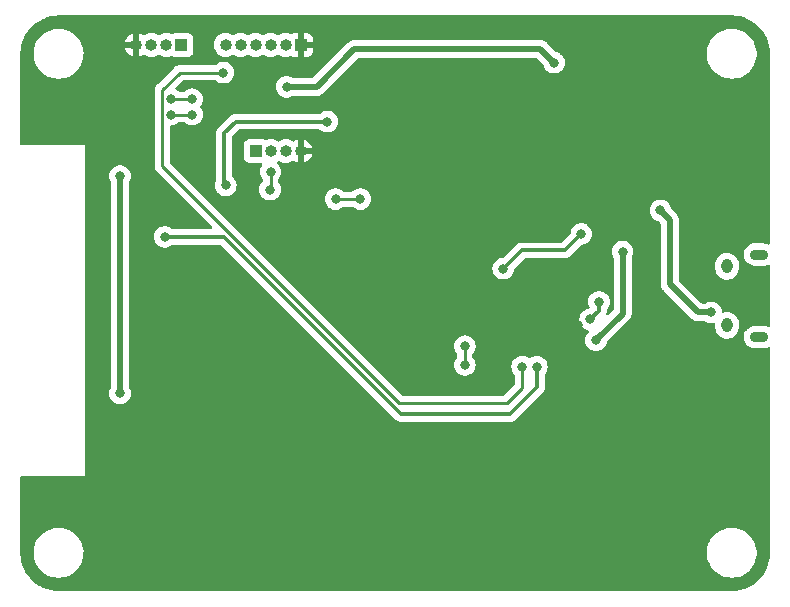
<source format=gbr>
%TF.GenerationSoftware,KiCad,Pcbnew,(6.0.2)*%
%TF.CreationDate,2022-04-19T16:18:31-05:00*%
%TF.ProjectId,Tlapixki-HelloWorld,546c6170-6978-46b6-992d-48656c6c6f57,rev?*%
%TF.SameCoordinates,Original*%
%TF.FileFunction,Copper,L2,Bot*%
%TF.FilePolarity,Positive*%
%FSLAX46Y46*%
G04 Gerber Fmt 4.6, Leading zero omitted, Abs format (unit mm)*
G04 Created by KiCad (PCBNEW (6.0.2)) date 2022-04-19 16:18:31*
%MOMM*%
%LPD*%
G01*
G04 APERTURE LIST*
%TA.AperFunction,ComponentPad*%
%ADD10R,1.000000X1.000000*%
%TD*%
%TA.AperFunction,ComponentPad*%
%ADD11O,1.000000X1.000000*%
%TD*%
%TA.AperFunction,ComponentPad*%
%ADD12O,1.550000X0.890000*%
%TD*%
%TA.AperFunction,ComponentPad*%
%ADD13O,0.950000X1.250000*%
%TD*%
%TA.AperFunction,ViaPad*%
%ADD14C,0.800000*%
%TD*%
%TA.AperFunction,Conductor*%
%ADD15C,0.500000*%
%TD*%
%TA.AperFunction,Conductor*%
%ADD16C,0.300000*%
%TD*%
%TA.AperFunction,Conductor*%
%ADD17C,0.250000*%
%TD*%
G04 APERTURE END LIST*
D10*
%TO.P,J2,1,Pin_1*%
%TO.N,GND*%
X86500000Y-100500000D03*
D11*
%TO.P,J2,2,Pin_2*%
%TO.N,unconnected-(J2-Pad2)*%
X85230000Y-100500000D03*
%TO.P,J2,3,Pin_3*%
%TO.N,+3V3*%
X83960000Y-100500000D03*
%TO.P,J2,4,Pin_4*%
%TO.N,RX0*%
X82690000Y-100500000D03*
%TO.P,J2,5,Pin_5*%
%TO.N,TX0*%
X81420000Y-100500000D03*
%TO.P,J2,6,Pin_6*%
%TO.N,unconnected-(J2-Pad6)*%
X80150000Y-100500000D03*
%TD*%
D12*
%TO.P,J1,6,Shield*%
%TO.N,unconnected-(J1-Pad6)*%
X125300000Y-125250000D03*
D13*
X122600000Y-119250000D03*
X122600000Y-124250000D03*
D12*
X125300000Y-118250000D03*
%TD*%
D10*
%TO.P,J3,1,Pin_1*%
%TO.N,SDA*%
X76400000Y-100500000D03*
D11*
%TO.P,J3,2,Pin_2*%
%TO.N,SCL*%
X75130000Y-100500000D03*
%TO.P,J3,3,Pin_3*%
%TO.N,+3V3*%
X73860000Y-100500000D03*
%TO.P,J3,4,Pin_4*%
%TO.N,GND*%
X72590000Y-100500000D03*
%TD*%
D10*
%TO.P,J4,1,Pin_1*%
%TO.N,+3V3*%
X82690000Y-109500000D03*
D11*
%TO.P,J4,2,Pin_2*%
%TO.N,RX2*%
X83960000Y-109500000D03*
%TO.P,J4,3,Pin_3*%
%TO.N,TX2*%
X85230000Y-109500000D03*
%TO.P,J4,4,Pin_4*%
%TO.N,GND*%
X86500000Y-109500000D03*
%TD*%
D14*
%TO.N,VBUS*%
X116950000Y-114500000D03*
X121250000Y-123154500D03*
%TO.N,GND*%
X80750000Y-122750000D03*
X73900000Y-136000000D03*
X88100000Y-109500000D03*
X70750000Y-100500000D03*
X74250000Y-122750000D03*
X70000000Y-112750000D03*
X74250000Y-124750000D03*
X93100000Y-111900000D03*
X120250000Y-116250000D03*
X89050000Y-129100000D03*
X69945000Y-133195000D03*
X80750000Y-123750000D03*
X111500000Y-127000000D03*
X88150000Y-100500000D03*
X121250000Y-120500000D03*
X80750000Y-121750000D03*
X74250000Y-121750000D03*
X110000000Y-124250000D03*
X69700000Y-135850000D03*
X96750000Y-115250000D03*
X80750000Y-124750000D03*
X103750000Y-110650000D03*
X106950000Y-116531321D03*
X105900000Y-119200000D03*
X80750000Y-125750000D03*
X74250000Y-123750000D03*
X74250000Y-125750000D03*
X94500000Y-105500000D03*
X103750000Y-109500000D03*
%TO.N,+3V3*%
X71200000Y-111600000D03*
X71200000Y-130000000D03*
X113750000Y-118000000D03*
X85300000Y-104050000D03*
X107950000Y-102000000D03*
X111500000Y-125500000D03*
%TO.N,/USB_D+*%
X111000000Y-123750000D03*
X111750000Y-122250000D03*
%TO.N,RX0*%
X75000000Y-116750000D03*
X77300000Y-106400000D03*
X106500000Y-127750000D03*
X75500000Y-106400000D03*
%TO.N,TX0*%
X79950000Y-102850000D03*
X105250000Y-127750000D03*
%TO.N,RX2*%
X83900000Y-112750000D03*
X83950000Y-111250000D03*
%TO.N,DTR*%
X100400000Y-127600000D03*
X100400000Y-126000000D03*
%TO.N,GPIO0*%
X89450000Y-113550000D03*
X91550000Y-113550000D03*
%TO.N,Net-(R3-Pad1)*%
X110250000Y-116500000D03*
X103650000Y-119450000D03*
%TO.N,GPIO18*%
X80150000Y-112400000D03*
X88750000Y-107000000D03*
%TO.N,Net-(R5-Pad1)*%
X77300000Y-105100000D03*
X75500000Y-105050000D03*
%TD*%
D15*
%TO.N,VBUS*%
X120154500Y-123154500D02*
X117750000Y-120750000D01*
X117750000Y-115300000D02*
X116950000Y-114500000D01*
X117750000Y-120750000D02*
X117750000Y-115300000D01*
X121250000Y-123154500D02*
X120154500Y-123154500D01*
%TO.N,+3V3*%
X71200000Y-111600000D02*
X71200000Y-130000000D01*
X91050000Y-100850000D02*
X106800000Y-100850000D01*
X113750000Y-123250000D02*
X111500000Y-125500000D01*
X113750000Y-118000000D02*
X113750000Y-123250000D01*
X87850000Y-104050000D02*
X91050000Y-100850000D01*
X85300000Y-104050000D02*
X87850000Y-104050000D01*
X106800000Y-100850000D02*
X107950000Y-102000000D01*
D16*
%TO.N,/USB_D+*%
X111750000Y-123000000D02*
X111000000Y-123750000D01*
X111750000Y-122250000D02*
X111750000Y-123000000D01*
D17*
%TO.N,RX0*%
X75500000Y-106400000D02*
X77300000Y-106400000D01*
D16*
X106500000Y-129500000D02*
X104250000Y-131750000D01*
X95000000Y-131750000D02*
X80000000Y-116750000D01*
X104250000Y-131750000D02*
X95000000Y-131750000D01*
X80000000Y-116750000D02*
X75000000Y-116750000D01*
X106500000Y-127750000D02*
X106500000Y-129500000D01*
D17*
%TO.N,TX0*%
X76250000Y-102850000D02*
X79950000Y-102850000D01*
X105250000Y-129550000D02*
X103950000Y-130850000D01*
X94850000Y-130850000D02*
X74775489Y-110775489D01*
X74775489Y-104324511D02*
X76250000Y-102850000D01*
X74775489Y-110775489D02*
X74775489Y-104324511D01*
X103950000Y-130850000D02*
X94850000Y-130850000D01*
X105250000Y-127750000D02*
X105250000Y-129550000D01*
%TO.N,RX2*%
X83950000Y-111250000D02*
X83950000Y-112700000D01*
X83950000Y-112700000D02*
X83900000Y-112750000D01*
%TO.N,DTR*%
X100400000Y-126000000D02*
X100400000Y-127600000D01*
%TO.N,GPIO0*%
X91550000Y-113550000D02*
X89450000Y-113550000D01*
D16*
%TO.N,Net-(R3-Pad1)*%
X105200000Y-117900000D02*
X103650000Y-119450000D01*
X108850000Y-117900000D02*
X105200000Y-117900000D01*
X110250000Y-116500000D02*
X108850000Y-117900000D01*
%TO.N,GPIO18*%
X80000000Y-112250000D02*
X80000000Y-108000000D01*
X81000000Y-107000000D02*
X88750000Y-107000000D01*
X80000000Y-108000000D02*
X81000000Y-107000000D01*
X80150000Y-112400000D02*
X80000000Y-112250000D01*
D15*
X80100000Y-112350000D02*
X80150000Y-112400000D01*
D17*
%TO.N,Net-(R5-Pad1)*%
X77300000Y-105100000D02*
X75775386Y-105100000D01*
%TD*%
%TA.AperFunction,Conductor*%
%TO.N,GND*%
G36*
X122970057Y-98009500D02*
G01*
X122984858Y-98011805D01*
X122984861Y-98011805D01*
X122993730Y-98013186D01*
X123012411Y-98010743D01*
X123035342Y-98009852D01*
X123332281Y-98025414D01*
X123345397Y-98026792D01*
X123667528Y-98077813D01*
X123680428Y-98080555D01*
X123995459Y-98164967D01*
X124007995Y-98169041D01*
X124275817Y-98271848D01*
X124312471Y-98285918D01*
X124324519Y-98291282D01*
X124615117Y-98439349D01*
X124626538Y-98445943D01*
X124763300Y-98534756D01*
X124900070Y-98623576D01*
X124910725Y-98631317D01*
X124972376Y-98681241D01*
X125164195Y-98836574D01*
X125173995Y-98845399D01*
X125404601Y-99076005D01*
X125413426Y-99085805D01*
X125618683Y-99339275D01*
X125626424Y-99349930D01*
X125687977Y-99444713D01*
X125804057Y-99623462D01*
X125810651Y-99634883D01*
X125958718Y-99925481D01*
X125964082Y-99937529D01*
X125970897Y-99955283D01*
X126080776Y-100241525D01*
X126080957Y-100241997D01*
X126085032Y-100254539D01*
X126095988Y-100295425D01*
X126169445Y-100569572D01*
X126172187Y-100582472D01*
X126223208Y-100904603D01*
X126224586Y-100917719D01*
X126239705Y-101206197D01*
X126239764Y-101207330D01*
X126238436Y-101233312D01*
X126238195Y-101234856D01*
X126238195Y-101234860D01*
X126236814Y-101243730D01*
X126237978Y-101252632D01*
X126237978Y-101252635D01*
X126240936Y-101275251D01*
X126242000Y-101291589D01*
X126242000Y-117284059D01*
X126221998Y-117352180D01*
X126168342Y-117398673D01*
X126098068Y-117408777D01*
X126065960Y-117399696D01*
X125925656Y-117338981D01*
X125925649Y-117338979D01*
X125919796Y-117336446D01*
X125846503Y-117321134D01*
X125734927Y-117297824D01*
X125734923Y-117297824D01*
X125730182Y-117296833D01*
X125723828Y-117296500D01*
X124921592Y-117296500D01*
X124875839Y-117301147D01*
X124783632Y-117310513D01*
X124783630Y-117310513D01*
X124777284Y-117311158D01*
X124592439Y-117369085D01*
X124423018Y-117462997D01*
X124418170Y-117467153D01*
X124418169Y-117467153D01*
X124336401Y-117537237D01*
X124275941Y-117589057D01*
X124157216Y-117742116D01*
X124071693Y-117915923D01*
X124070086Y-117922093D01*
X124070084Y-117922098D01*
X124048082Y-118006565D01*
X124022865Y-118103376D01*
X124012727Y-118296818D01*
X124031181Y-118418842D01*
X124039973Y-118476973D01*
X124041693Y-118488349D01*
X124043896Y-118494337D01*
X124043897Y-118494340D01*
X124067025Y-118557199D01*
X124108581Y-118670142D01*
X124111939Y-118675558D01*
X124111941Y-118675562D01*
X124207293Y-118829350D01*
X124207296Y-118829354D01*
X124210656Y-118834773D01*
X124215042Y-118839411D01*
X124284685Y-118913056D01*
X124343751Y-118975517D01*
X124502427Y-119086623D01*
X124680204Y-119163554D01*
X124686452Y-119164859D01*
X124686451Y-119164859D01*
X124865073Y-119202176D01*
X124865077Y-119202176D01*
X124869818Y-119203167D01*
X124876172Y-119203500D01*
X125678408Y-119203500D01*
X125724161Y-119198853D01*
X125816368Y-119189487D01*
X125816370Y-119189487D01*
X125822716Y-119188842D01*
X126007561Y-119130915D01*
X126038935Y-119113524D01*
X126054914Y-119104667D01*
X126124191Y-119089136D01*
X126190868Y-119113524D01*
X126233774Y-119170089D01*
X126242000Y-119214869D01*
X126242000Y-124284059D01*
X126221998Y-124352180D01*
X126168342Y-124398673D01*
X126098068Y-124408777D01*
X126065960Y-124399696D01*
X125925656Y-124338981D01*
X125925649Y-124338979D01*
X125919796Y-124336446D01*
X125807889Y-124313067D01*
X125734927Y-124297824D01*
X125734923Y-124297824D01*
X125730182Y-124296833D01*
X125723828Y-124296500D01*
X124921592Y-124296500D01*
X124875839Y-124301147D01*
X124783632Y-124310513D01*
X124783630Y-124310513D01*
X124777284Y-124311158D01*
X124592439Y-124369085D01*
X124423018Y-124462997D01*
X124418170Y-124467153D01*
X124418169Y-124467153D01*
X124336401Y-124537237D01*
X124275941Y-124589057D01*
X124252875Y-124618794D01*
X124195577Y-124692662D01*
X124157216Y-124742116D01*
X124071693Y-124915923D01*
X124070086Y-124922093D01*
X124070084Y-124922098D01*
X124036681Y-125050335D01*
X124022865Y-125103376D01*
X124021266Y-125133891D01*
X124013162Y-125288523D01*
X124012727Y-125296818D01*
X124041693Y-125488349D01*
X124108581Y-125670142D01*
X124111939Y-125675558D01*
X124111941Y-125675562D01*
X124207293Y-125829350D01*
X124207296Y-125829354D01*
X124210656Y-125834773D01*
X124343751Y-125975517D01*
X124502427Y-126086623D01*
X124680204Y-126163554D01*
X124686452Y-126164859D01*
X124686451Y-126164859D01*
X124865073Y-126202176D01*
X124865077Y-126202176D01*
X124869818Y-126203167D01*
X124876172Y-126203500D01*
X125678408Y-126203500D01*
X125724161Y-126198853D01*
X125816368Y-126189487D01*
X125816370Y-126189487D01*
X125822716Y-126188842D01*
X126007561Y-126130915D01*
X126038935Y-126113524D01*
X126054914Y-126104667D01*
X126124191Y-126089136D01*
X126190868Y-126113524D01*
X126233774Y-126170089D01*
X126242000Y-126214869D01*
X126242000Y-143450672D01*
X126240500Y-143470056D01*
X126236814Y-143493730D01*
X126238454Y-143506270D01*
X126239257Y-143512410D01*
X126240148Y-143535342D01*
X126234823Y-143636951D01*
X126224586Y-143832280D01*
X126223208Y-143845397D01*
X126172187Y-144167528D01*
X126169445Y-144180428D01*
X126094675Y-144459476D01*
X126085033Y-144495459D01*
X126080959Y-144507995D01*
X126006304Y-144702479D01*
X125964082Y-144812471D01*
X125958718Y-144824519D01*
X125810651Y-145115117D01*
X125804057Y-145126538D01*
X125715243Y-145263300D01*
X125626424Y-145400070D01*
X125618683Y-145410725D01*
X125458645Y-145608354D01*
X125413426Y-145664195D01*
X125404601Y-145673995D01*
X125173995Y-145904601D01*
X125164195Y-145913426D01*
X124910725Y-146118683D01*
X124900070Y-146126424D01*
X124763300Y-146215243D01*
X124626538Y-146304057D01*
X124615117Y-146310651D01*
X124324519Y-146458718D01*
X124312470Y-146464082D01*
X124007995Y-146580959D01*
X123995459Y-146585033D01*
X123680428Y-146669445D01*
X123667528Y-146672187D01*
X123345397Y-146723208D01*
X123332281Y-146724586D01*
X123042666Y-146739764D01*
X123016688Y-146738436D01*
X123015144Y-146738195D01*
X123015140Y-146738195D01*
X123006270Y-146736814D01*
X122997368Y-146737978D01*
X122997365Y-146737978D01*
X122974749Y-146740936D01*
X122958411Y-146742000D01*
X66049328Y-146742000D01*
X66029943Y-146740500D01*
X66015142Y-146738195D01*
X66015139Y-146738195D01*
X66006270Y-146736814D01*
X65987589Y-146739257D01*
X65964658Y-146740148D01*
X65667719Y-146724586D01*
X65654603Y-146723208D01*
X65332472Y-146672187D01*
X65319572Y-146669445D01*
X65004541Y-146585033D01*
X64992005Y-146580959D01*
X64687530Y-146464082D01*
X64675481Y-146458718D01*
X64384883Y-146310651D01*
X64373462Y-146304057D01*
X64236700Y-146215243D01*
X64099930Y-146126424D01*
X64089275Y-146118683D01*
X63835805Y-145913426D01*
X63826005Y-145904601D01*
X63595399Y-145673995D01*
X63586574Y-145664195D01*
X63541355Y-145608354D01*
X63381317Y-145410725D01*
X63373576Y-145400070D01*
X63284757Y-145263300D01*
X63195943Y-145126538D01*
X63189349Y-145115117D01*
X63041282Y-144824519D01*
X63035918Y-144812471D01*
X62993696Y-144702479D01*
X62919041Y-144507995D01*
X62914967Y-144495459D01*
X62905326Y-144459476D01*
X62830555Y-144180428D01*
X62827813Y-144167528D01*
X62776792Y-143845397D01*
X62775414Y-143832280D01*
X62765177Y-143636951D01*
X62764954Y-143632703D01*
X63890743Y-143632703D01*
X63928268Y-143917734D01*
X64004129Y-144195036D01*
X64116923Y-144459476D01*
X64142273Y-144501833D01*
X64240826Y-144666502D01*
X64264561Y-144706161D01*
X64444313Y-144930528D01*
X64461397Y-144946740D01*
X64645029Y-145121000D01*
X64652851Y-145128423D01*
X64886317Y-145296186D01*
X64890112Y-145298195D01*
X64890113Y-145298196D01*
X64911869Y-145309715D01*
X65140392Y-145430712D01*
X65410373Y-145529511D01*
X65691264Y-145590755D01*
X65719841Y-145593004D01*
X65914282Y-145608307D01*
X65914291Y-145608307D01*
X65916739Y-145608500D01*
X66072271Y-145608500D01*
X66074407Y-145608354D01*
X66074418Y-145608354D01*
X66282548Y-145594165D01*
X66282554Y-145594164D01*
X66286825Y-145593873D01*
X66291020Y-145593004D01*
X66291022Y-145593004D01*
X66427583Y-145564724D01*
X66568342Y-145535574D01*
X66839343Y-145439607D01*
X67094812Y-145307750D01*
X67098313Y-145305289D01*
X67098317Y-145305287D01*
X67212417Y-145225096D01*
X67330023Y-145142441D01*
X67540622Y-144946740D01*
X67722713Y-144724268D01*
X67872927Y-144479142D01*
X67958922Y-144283241D01*
X67986757Y-144219830D01*
X67988483Y-144215898D01*
X68067244Y-143939406D01*
X68107751Y-143654784D01*
X68107845Y-143636951D01*
X68107867Y-143632703D01*
X120890743Y-143632703D01*
X120928268Y-143917734D01*
X121004129Y-144195036D01*
X121116923Y-144459476D01*
X121142273Y-144501833D01*
X121240826Y-144666502D01*
X121264561Y-144706161D01*
X121444313Y-144930528D01*
X121461397Y-144946740D01*
X121645029Y-145121000D01*
X121652851Y-145128423D01*
X121886317Y-145296186D01*
X121890112Y-145298195D01*
X121890113Y-145298196D01*
X121911869Y-145309715D01*
X122140392Y-145430712D01*
X122410373Y-145529511D01*
X122691264Y-145590755D01*
X122719841Y-145593004D01*
X122914282Y-145608307D01*
X122914291Y-145608307D01*
X122916739Y-145608500D01*
X123072271Y-145608500D01*
X123074407Y-145608354D01*
X123074418Y-145608354D01*
X123282548Y-145594165D01*
X123282554Y-145594164D01*
X123286825Y-145593873D01*
X123291020Y-145593004D01*
X123291022Y-145593004D01*
X123427583Y-145564724D01*
X123568342Y-145535574D01*
X123839343Y-145439607D01*
X124094812Y-145307750D01*
X124098313Y-145305289D01*
X124098317Y-145305287D01*
X124212417Y-145225096D01*
X124330023Y-145142441D01*
X124540622Y-144946740D01*
X124722713Y-144724268D01*
X124872927Y-144479142D01*
X124958922Y-144283241D01*
X124986757Y-144219830D01*
X124988483Y-144215898D01*
X125067244Y-143939406D01*
X125107751Y-143654784D01*
X125107845Y-143636951D01*
X125109235Y-143371583D01*
X125109235Y-143371576D01*
X125109257Y-143367297D01*
X125071732Y-143082266D01*
X124995871Y-142804964D01*
X124883077Y-142540524D01*
X124735439Y-142293839D01*
X124555687Y-142069472D01*
X124347149Y-141871577D01*
X124113683Y-141703814D01*
X124091843Y-141692250D01*
X124068654Y-141679972D01*
X123859608Y-141569288D01*
X123589627Y-141470489D01*
X123308736Y-141409245D01*
X123277685Y-141406801D01*
X123085718Y-141391693D01*
X123085709Y-141391693D01*
X123083261Y-141391500D01*
X122927729Y-141391500D01*
X122925593Y-141391646D01*
X122925582Y-141391646D01*
X122717452Y-141405835D01*
X122717446Y-141405836D01*
X122713175Y-141406127D01*
X122708980Y-141406996D01*
X122708978Y-141406996D01*
X122572417Y-141435276D01*
X122431658Y-141464426D01*
X122160657Y-141560393D01*
X121905188Y-141692250D01*
X121901687Y-141694711D01*
X121901683Y-141694713D01*
X121891594Y-141701804D01*
X121669977Y-141857559D01*
X121459378Y-142053260D01*
X121277287Y-142275732D01*
X121127073Y-142520858D01*
X121011517Y-142784102D01*
X120932756Y-143060594D01*
X120892249Y-143345216D01*
X120892227Y-143349505D01*
X120892226Y-143349512D01*
X120890765Y-143628417D01*
X120890743Y-143632703D01*
X68107867Y-143632703D01*
X68109235Y-143371583D01*
X68109235Y-143371576D01*
X68109257Y-143367297D01*
X68071732Y-143082266D01*
X67995871Y-142804964D01*
X67883077Y-142540524D01*
X67735439Y-142293839D01*
X67555687Y-142069472D01*
X67347149Y-141871577D01*
X67113683Y-141703814D01*
X67091843Y-141692250D01*
X67068654Y-141679972D01*
X66859608Y-141569288D01*
X66589627Y-141470489D01*
X66308736Y-141409245D01*
X66277685Y-141406801D01*
X66085718Y-141391693D01*
X66085709Y-141391693D01*
X66083261Y-141391500D01*
X65927729Y-141391500D01*
X65925593Y-141391646D01*
X65925582Y-141391646D01*
X65717452Y-141405835D01*
X65717446Y-141405836D01*
X65713175Y-141406127D01*
X65708980Y-141406996D01*
X65708978Y-141406996D01*
X65572417Y-141435276D01*
X65431658Y-141464426D01*
X65160657Y-141560393D01*
X64905188Y-141692250D01*
X64901687Y-141694711D01*
X64901683Y-141694713D01*
X64891594Y-141701804D01*
X64669977Y-141857559D01*
X64459378Y-142053260D01*
X64277287Y-142275732D01*
X64127073Y-142520858D01*
X64011517Y-142784102D01*
X63932756Y-143060594D01*
X63892249Y-143345216D01*
X63892227Y-143349505D01*
X63892226Y-143349512D01*
X63890765Y-143628417D01*
X63890743Y-143632703D01*
X62764954Y-143632703D01*
X62760236Y-143542666D01*
X62761564Y-143516688D01*
X62761805Y-143515144D01*
X62761805Y-143515140D01*
X62763186Y-143506270D01*
X62761547Y-143493730D01*
X62759064Y-143474749D01*
X62758000Y-143458411D01*
X62758000Y-137126000D01*
X62778002Y-137057879D01*
X62831658Y-137011386D01*
X62884000Y-137000000D01*
X68230000Y-137000000D01*
X68230000Y-130000000D01*
X70286496Y-130000000D01*
X70306458Y-130189928D01*
X70365473Y-130371556D01*
X70460960Y-130536944D01*
X70588747Y-130678866D01*
X70743248Y-130791118D01*
X70749276Y-130793802D01*
X70749278Y-130793803D01*
X70911681Y-130866109D01*
X70917712Y-130868794D01*
X71011112Y-130888647D01*
X71098056Y-130907128D01*
X71098061Y-130907128D01*
X71104513Y-130908500D01*
X71295487Y-130908500D01*
X71301939Y-130907128D01*
X71301944Y-130907128D01*
X71388888Y-130888647D01*
X71482288Y-130868794D01*
X71488319Y-130866109D01*
X71650722Y-130793803D01*
X71650724Y-130793802D01*
X71656752Y-130791118D01*
X71811253Y-130678866D01*
X71939040Y-130536944D01*
X72034527Y-130371556D01*
X72093542Y-130189928D01*
X72113504Y-130000000D01*
X72097122Y-129844132D01*
X72094232Y-129816635D01*
X72094232Y-129816633D01*
X72093542Y-129810072D01*
X72034527Y-129628444D01*
X71975381Y-129526000D01*
X71958500Y-129463001D01*
X71958500Y-116750000D01*
X74086496Y-116750000D01*
X74106458Y-116939928D01*
X74165473Y-117121556D01*
X74168776Y-117127278D01*
X74168777Y-117127279D01*
X74195726Y-117173955D01*
X74260960Y-117286944D01*
X74265378Y-117291851D01*
X74265379Y-117291852D01*
X74382806Y-117422268D01*
X74388747Y-117428866D01*
X74543248Y-117541118D01*
X74549276Y-117543802D01*
X74549278Y-117543803D01*
X74711681Y-117616109D01*
X74717712Y-117618794D01*
X74792680Y-117634729D01*
X74898056Y-117657128D01*
X74898061Y-117657128D01*
X74904513Y-117658500D01*
X75095487Y-117658500D01*
X75101939Y-117657128D01*
X75101944Y-117657128D01*
X75207320Y-117634729D01*
X75282288Y-117618794D01*
X75288319Y-117616109D01*
X75450722Y-117543803D01*
X75450724Y-117543802D01*
X75456752Y-117541118D01*
X75606163Y-117432564D01*
X75673031Y-117408706D01*
X75680224Y-117408500D01*
X79675050Y-117408500D01*
X79743171Y-117428502D01*
X79764145Y-117445405D01*
X94476341Y-132157600D01*
X94484331Y-132166381D01*
X94484339Y-132166390D01*
X94488584Y-132173080D01*
X94510514Y-132193674D01*
X94540274Y-132221620D01*
X94543116Y-132224375D01*
X94563667Y-132244926D01*
X94566801Y-132247357D01*
X94567163Y-132247638D01*
X94576191Y-132255348D01*
X94609867Y-132286972D01*
X94616818Y-132290793D01*
X94616819Y-132290794D01*
X94628655Y-132297301D01*
X94645184Y-132308158D01*
X94655869Y-132316447D01*
X94655871Y-132316448D01*
X94662131Y-132321304D01*
X94704544Y-132339657D01*
X94715181Y-132344868D01*
X94755663Y-132367124D01*
X94763342Y-132369096D01*
X94763343Y-132369096D01*
X94776434Y-132372457D01*
X94795136Y-132378859D01*
X94814823Y-132387379D01*
X94822652Y-132388619D01*
X94860448Y-132394605D01*
X94872074Y-132397013D01*
X94909135Y-132406529D01*
X94909136Y-132406529D01*
X94916812Y-132408500D01*
X94938258Y-132408500D01*
X94957968Y-132410051D01*
X94979151Y-132413406D01*
X95025135Y-132409059D01*
X95036994Y-132408500D01*
X104167944Y-132408500D01*
X104179800Y-132409059D01*
X104179803Y-132409059D01*
X104187537Y-132410788D01*
X104258369Y-132408562D01*
X104262327Y-132408500D01*
X104291432Y-132408500D01*
X104295832Y-132407944D01*
X104307664Y-132407012D01*
X104353831Y-132405562D01*
X104374421Y-132399580D01*
X104393782Y-132395570D01*
X104401424Y-132394605D01*
X104407204Y-132393875D01*
X104407205Y-132393875D01*
X104415064Y-132392882D01*
X104422429Y-132389966D01*
X104422433Y-132389965D01*
X104458021Y-132375874D01*
X104469231Y-132372035D01*
X104513600Y-132359145D01*
X104532065Y-132348225D01*
X104549805Y-132339534D01*
X104569756Y-132331635D01*
X104607129Y-132304482D01*
X104617048Y-132297967D01*
X104649977Y-132278493D01*
X104649981Y-132278490D01*
X104656807Y-132274453D01*
X104671971Y-132259289D01*
X104687005Y-132246448D01*
X104697943Y-132238501D01*
X104704357Y-132233841D01*
X104733803Y-132198247D01*
X104741792Y-132189468D01*
X106907605Y-130023655D01*
X106916385Y-130015665D01*
X106916387Y-130015663D01*
X106923080Y-130011416D01*
X106971605Y-129959742D01*
X106974359Y-129956901D01*
X106994927Y-129936333D01*
X106997647Y-129932826D01*
X107005353Y-129923804D01*
X107031544Y-129895913D01*
X107036972Y-129890133D01*
X107040794Y-129883181D01*
X107047303Y-129871342D01*
X107058157Y-129854818D01*
X107066445Y-129844132D01*
X107071304Y-129837868D01*
X107074452Y-129830594D01*
X107089654Y-129795465D01*
X107094876Y-129784805D01*
X107113305Y-129751284D01*
X107113306Y-129751282D01*
X107117124Y-129744337D01*
X107122459Y-129723559D01*
X107128858Y-129704869D01*
X107137380Y-129685176D01*
X107144608Y-129639543D01*
X107147015Y-129627921D01*
X107156529Y-129590867D01*
X107156530Y-129590863D01*
X107158500Y-129583188D01*
X107158500Y-129561747D01*
X107160051Y-129542036D01*
X107162167Y-129528676D01*
X107163407Y-129520848D01*
X107159059Y-129474852D01*
X107158500Y-129462994D01*
X107158500Y-128424759D01*
X107178502Y-128356638D01*
X107190864Y-128340449D01*
X107234621Y-128291852D01*
X107234625Y-128291847D01*
X107239040Y-128286944D01*
X107334527Y-128121556D01*
X107393542Y-127939928D01*
X107413504Y-127750000D01*
X107393542Y-127560072D01*
X107334527Y-127378444D01*
X107239040Y-127213056D01*
X107111253Y-127071134D01*
X106988278Y-126981787D01*
X106962094Y-126962763D01*
X106962093Y-126962762D01*
X106956752Y-126958882D01*
X106950724Y-126956198D01*
X106950722Y-126956197D01*
X106788319Y-126883891D01*
X106788318Y-126883891D01*
X106782288Y-126881206D01*
X106688888Y-126861353D01*
X106601944Y-126842872D01*
X106601939Y-126842872D01*
X106595487Y-126841500D01*
X106404513Y-126841500D01*
X106398061Y-126842872D01*
X106398056Y-126842872D01*
X106311112Y-126861353D01*
X106217712Y-126881206D01*
X106211682Y-126883891D01*
X106211681Y-126883891D01*
X106049278Y-126956197D01*
X106049276Y-126956198D01*
X106043248Y-126958882D01*
X106037907Y-126962762D01*
X106037906Y-126962763D01*
X105949061Y-127027313D01*
X105882193Y-127051172D01*
X105813042Y-127035091D01*
X105800939Y-127027313D01*
X105712094Y-126962763D01*
X105712093Y-126962762D01*
X105706752Y-126958882D01*
X105700724Y-126956198D01*
X105700722Y-126956197D01*
X105538319Y-126883891D01*
X105538318Y-126883891D01*
X105532288Y-126881206D01*
X105438888Y-126861353D01*
X105351944Y-126842872D01*
X105351939Y-126842872D01*
X105345487Y-126841500D01*
X105154513Y-126841500D01*
X105148061Y-126842872D01*
X105148056Y-126842872D01*
X105061112Y-126861353D01*
X104967712Y-126881206D01*
X104961682Y-126883891D01*
X104961681Y-126883891D01*
X104799278Y-126956197D01*
X104799276Y-126956198D01*
X104793248Y-126958882D01*
X104787907Y-126962762D01*
X104787906Y-126962763D01*
X104761722Y-126981787D01*
X104638747Y-127071134D01*
X104510960Y-127213056D01*
X104415473Y-127378444D01*
X104356458Y-127560072D01*
X104336496Y-127750000D01*
X104356458Y-127939928D01*
X104415473Y-128121556D01*
X104510960Y-128286944D01*
X104584137Y-128368215D01*
X104614853Y-128432221D01*
X104616500Y-128452524D01*
X104616500Y-129235405D01*
X104596498Y-129303526D01*
X104579595Y-129324501D01*
X103724499Y-130179596D01*
X103662187Y-130213621D01*
X103635404Y-130216500D01*
X95164594Y-130216500D01*
X95096473Y-130196498D01*
X95075499Y-130179595D01*
X92495904Y-127600000D01*
X99486496Y-127600000D01*
X99506458Y-127789928D01*
X99565473Y-127971556D01*
X99660960Y-128136944D01*
X99788747Y-128278866D01*
X99806614Y-128291847D01*
X99895791Y-128356638D01*
X99943248Y-128391118D01*
X99949276Y-128393802D01*
X99949278Y-128393803D01*
X100111681Y-128466109D01*
X100117712Y-128468794D01*
X100211112Y-128488647D01*
X100298056Y-128507128D01*
X100298061Y-128507128D01*
X100304513Y-128508500D01*
X100495487Y-128508500D01*
X100501939Y-128507128D01*
X100501944Y-128507128D01*
X100588888Y-128488647D01*
X100682288Y-128468794D01*
X100688319Y-128466109D01*
X100850722Y-128393803D01*
X100850724Y-128393802D01*
X100856752Y-128391118D01*
X100904210Y-128356638D01*
X100993386Y-128291847D01*
X101011253Y-128278866D01*
X101139040Y-128136944D01*
X101234527Y-127971556D01*
X101293542Y-127789928D01*
X101313504Y-127600000D01*
X101293542Y-127410072D01*
X101234527Y-127228444D01*
X101139040Y-127063056D01*
X101065863Y-126981785D01*
X101035147Y-126917779D01*
X101033500Y-126897476D01*
X101033500Y-126702524D01*
X101053502Y-126634403D01*
X101065858Y-126618221D01*
X101139040Y-126536944D01*
X101213197Y-126408500D01*
X101231223Y-126377279D01*
X101231224Y-126377278D01*
X101234527Y-126371556D01*
X101293542Y-126189928D01*
X101299745Y-126130915D01*
X101312814Y-126006565D01*
X101313504Y-126000000D01*
X101293542Y-125810072D01*
X101234527Y-125628444D01*
X101139040Y-125463056D01*
X101061497Y-125376935D01*
X101015675Y-125326045D01*
X101015674Y-125326044D01*
X101011253Y-125321134D01*
X100856752Y-125208882D01*
X100850724Y-125206198D01*
X100850722Y-125206197D01*
X100688319Y-125133891D01*
X100688318Y-125133891D01*
X100682288Y-125131206D01*
X100581374Y-125109756D01*
X100501944Y-125092872D01*
X100501939Y-125092872D01*
X100495487Y-125091500D01*
X100304513Y-125091500D01*
X100298061Y-125092872D01*
X100298056Y-125092872D01*
X100218626Y-125109756D01*
X100117712Y-125131206D01*
X100111682Y-125133891D01*
X100111681Y-125133891D01*
X99949278Y-125206197D01*
X99949276Y-125206198D01*
X99943248Y-125208882D01*
X99788747Y-125321134D01*
X99784326Y-125326044D01*
X99784325Y-125326045D01*
X99738504Y-125376935D01*
X99660960Y-125463056D01*
X99565473Y-125628444D01*
X99506458Y-125810072D01*
X99486496Y-126000000D01*
X99487186Y-126006565D01*
X99500256Y-126130915D01*
X99506458Y-126189928D01*
X99565473Y-126371556D01*
X99568776Y-126377278D01*
X99568777Y-126377279D01*
X99586803Y-126408500D01*
X99660960Y-126536944D01*
X99734137Y-126618215D01*
X99764853Y-126682221D01*
X99766500Y-126702524D01*
X99766500Y-126897476D01*
X99746498Y-126965597D01*
X99734142Y-126981779D01*
X99660960Y-127063056D01*
X99565473Y-127228444D01*
X99506458Y-127410072D01*
X99486496Y-127600000D01*
X92495904Y-127600000D01*
X88645904Y-123750000D01*
X110086496Y-123750000D01*
X110087186Y-123756565D01*
X110103633Y-123913046D01*
X110106458Y-123939928D01*
X110165473Y-124121556D01*
X110260960Y-124286944D01*
X110265378Y-124291851D01*
X110265379Y-124291852D01*
X110282762Y-124311158D01*
X110388747Y-124428866D01*
X110543248Y-124541118D01*
X110549276Y-124543802D01*
X110549278Y-124543803D01*
X110711681Y-124616109D01*
X110717712Y-124618794D01*
X110724167Y-124620166D01*
X110724176Y-124620169D01*
X110800724Y-124636440D01*
X110863197Y-124670168D01*
X110897518Y-124732318D01*
X110892790Y-124803157D01*
X110868162Y-124843996D01*
X110760960Y-124963056D01*
X110757659Y-124968774D01*
X110672718Y-125115896D01*
X110665473Y-125128444D01*
X110606458Y-125310072D01*
X110605768Y-125316633D01*
X110605768Y-125316635D01*
X110598331Y-125387392D01*
X110586496Y-125500000D01*
X110606458Y-125689928D01*
X110665473Y-125871556D01*
X110760960Y-126036944D01*
X110765378Y-126041851D01*
X110765379Y-126041852D01*
X110821938Y-126104667D01*
X110888747Y-126178866D01*
X111043248Y-126291118D01*
X111049276Y-126293802D01*
X111049278Y-126293803D01*
X111209799Y-126365271D01*
X111217712Y-126368794D01*
X111311113Y-126388647D01*
X111398056Y-126407128D01*
X111398061Y-126407128D01*
X111404513Y-126408500D01*
X111595487Y-126408500D01*
X111601939Y-126407128D01*
X111601944Y-126407128D01*
X111688887Y-126388647D01*
X111782288Y-126368794D01*
X111790201Y-126365271D01*
X111950722Y-126293803D01*
X111950724Y-126293802D01*
X111956752Y-126291118D01*
X112111253Y-126178866D01*
X112178062Y-126104667D01*
X112234621Y-126041852D01*
X112234622Y-126041851D01*
X112239040Y-126036944D01*
X112334527Y-125871556D01*
X112389387Y-125702714D01*
X112420125Y-125652556D01*
X114238911Y-123833770D01*
X114253323Y-123821384D01*
X114264918Y-123812851D01*
X114264923Y-123812846D01*
X114270818Y-123808508D01*
X114275557Y-123802930D01*
X114275560Y-123802927D01*
X114305035Y-123768232D01*
X114311965Y-123760716D01*
X114317661Y-123755020D01*
X114319924Y-123752159D01*
X114319929Y-123752154D01*
X114335293Y-123732734D01*
X114338082Y-123729333D01*
X114380592Y-123679296D01*
X114380594Y-123679294D01*
X114385333Y-123673715D01*
X114388662Y-123667195D01*
X114392028Y-123662148D01*
X114395193Y-123657024D01*
X114399735Y-123651283D01*
X114403415Y-123643411D01*
X114430634Y-123585170D01*
X114432565Y-123581218D01*
X114462442Y-123522708D01*
X114462443Y-123522706D01*
X114465769Y-123516192D01*
X114467508Y-123509086D01*
X114469609Y-123503436D01*
X114471524Y-123497679D01*
X114474622Y-123491050D01*
X114489491Y-123419565D01*
X114490461Y-123415282D01*
X114498090Y-123384104D01*
X114507808Y-123344390D01*
X114508500Y-123333236D01*
X114508535Y-123333238D01*
X114508775Y-123329266D01*
X114509152Y-123325045D01*
X114510641Y-123317885D01*
X114508546Y-123240458D01*
X114508500Y-123237050D01*
X114508500Y-118536999D01*
X114525381Y-118473999D01*
X114536901Y-118454047D01*
X114574744Y-118388501D01*
X114581223Y-118377279D01*
X114581224Y-118377278D01*
X114584527Y-118371556D01*
X114643542Y-118189928D01*
X114651634Y-118112942D01*
X114662814Y-118006565D01*
X114663504Y-118000000D01*
X114643542Y-117810072D01*
X114584527Y-117628444D01*
X114577406Y-117616109D01*
X114534109Y-117541118D01*
X114489040Y-117463056D01*
X114461752Y-117432749D01*
X114365675Y-117326045D01*
X114365674Y-117326044D01*
X114361253Y-117321134D01*
X114248840Y-117239461D01*
X114212094Y-117212763D01*
X114212093Y-117212762D01*
X114206752Y-117208882D01*
X114200724Y-117206198D01*
X114200722Y-117206197D01*
X114038319Y-117133891D01*
X114038318Y-117133891D01*
X114032288Y-117131206D01*
X113938888Y-117111353D01*
X113851944Y-117092872D01*
X113851939Y-117092872D01*
X113845487Y-117091500D01*
X113654513Y-117091500D01*
X113648061Y-117092872D01*
X113648056Y-117092872D01*
X113561112Y-117111353D01*
X113467712Y-117131206D01*
X113461682Y-117133891D01*
X113461681Y-117133891D01*
X113299278Y-117206197D01*
X113299276Y-117206198D01*
X113293248Y-117208882D01*
X113287907Y-117212762D01*
X113287906Y-117212763D01*
X113251160Y-117239461D01*
X113138747Y-117321134D01*
X113134326Y-117326044D01*
X113134325Y-117326045D01*
X113038249Y-117432749D01*
X113010960Y-117463056D01*
X112965891Y-117541118D01*
X112922595Y-117616109D01*
X112915473Y-117628444D01*
X112856458Y-117810072D01*
X112836496Y-118000000D01*
X112837186Y-118006565D01*
X112848367Y-118112942D01*
X112856458Y-118189928D01*
X112915473Y-118371556D01*
X112918776Y-118377278D01*
X112918777Y-118377279D01*
X112925256Y-118388501D01*
X112963100Y-118454047D01*
X112974619Y-118473999D01*
X112991500Y-118536999D01*
X112991500Y-122883629D01*
X112971498Y-122951750D01*
X112954595Y-122972724D01*
X112583802Y-123343517D01*
X112521490Y-123377543D01*
X112450675Y-123372478D01*
X112393839Y-123329931D01*
X112369028Y-123263411D01*
X112379070Y-123204381D01*
X112384232Y-123192451D01*
X112387380Y-123185177D01*
X112389496Y-123171820D01*
X112394607Y-123139544D01*
X112397012Y-123127930D01*
X112408500Y-123083188D01*
X112408500Y-123061742D01*
X112410051Y-123042032D01*
X112412166Y-123028678D01*
X112412166Y-123028677D01*
X112413406Y-123020848D01*
X112409059Y-122974859D01*
X112408500Y-122963004D01*
X112408500Y-122924759D01*
X112428502Y-122856638D01*
X112440864Y-122840449D01*
X112484621Y-122791852D01*
X112484622Y-122791851D01*
X112489040Y-122786944D01*
X112584527Y-122621556D01*
X112643542Y-122439928D01*
X112651870Y-122360697D01*
X112662814Y-122256565D01*
X112663504Y-122250000D01*
X112643542Y-122060072D01*
X112584527Y-121878444D01*
X112489040Y-121713056D01*
X112361253Y-121571134D01*
X112206752Y-121458882D01*
X112200724Y-121456198D01*
X112200722Y-121456197D01*
X112038319Y-121383891D01*
X112038318Y-121383891D01*
X112032288Y-121381206D01*
X111938888Y-121361353D01*
X111851944Y-121342872D01*
X111851939Y-121342872D01*
X111845487Y-121341500D01*
X111654513Y-121341500D01*
X111648061Y-121342872D01*
X111648056Y-121342872D01*
X111561112Y-121361353D01*
X111467712Y-121381206D01*
X111461682Y-121383891D01*
X111461681Y-121383891D01*
X111299278Y-121456197D01*
X111299276Y-121456198D01*
X111293248Y-121458882D01*
X111138747Y-121571134D01*
X111010960Y-121713056D01*
X110915473Y-121878444D01*
X110856458Y-122060072D01*
X110836496Y-122250000D01*
X110837186Y-122256565D01*
X110848131Y-122360697D01*
X110856458Y-122439928D01*
X110915473Y-122621556D01*
X110939200Y-122662653D01*
X110940668Y-122665195D01*
X110957405Y-122734190D01*
X110934184Y-122801282D01*
X110878377Y-122845169D01*
X110857746Y-122851441D01*
X110717712Y-122881206D01*
X110711682Y-122883891D01*
X110711681Y-122883891D01*
X110549278Y-122956197D01*
X110549276Y-122956198D01*
X110543248Y-122958882D01*
X110537907Y-122962762D01*
X110537906Y-122962763D01*
X110487843Y-122999136D01*
X110388747Y-123071134D01*
X110384326Y-123076044D01*
X110384325Y-123076045D01*
X110340539Y-123124675D01*
X110260960Y-123213056D01*
X110165473Y-123378444D01*
X110106458Y-123560072D01*
X110105768Y-123566633D01*
X110105768Y-123566635D01*
X110094965Y-123669418D01*
X110086496Y-123750000D01*
X88645904Y-123750000D01*
X84345905Y-119450000D01*
X102736496Y-119450000D01*
X102756458Y-119639928D01*
X102815473Y-119821556D01*
X102910960Y-119986944D01*
X103038747Y-120128866D01*
X103193248Y-120241118D01*
X103199276Y-120243802D01*
X103199278Y-120243803D01*
X103304672Y-120290727D01*
X103367712Y-120318794D01*
X103461112Y-120338647D01*
X103548056Y-120357128D01*
X103548061Y-120357128D01*
X103554513Y-120358500D01*
X103745487Y-120358500D01*
X103751939Y-120357128D01*
X103751944Y-120357128D01*
X103838888Y-120338647D01*
X103932288Y-120318794D01*
X103995328Y-120290727D01*
X104100722Y-120243803D01*
X104100724Y-120243802D01*
X104106752Y-120241118D01*
X104261253Y-120128866D01*
X104389040Y-119986944D01*
X104484527Y-119821556D01*
X104543542Y-119639928D01*
X104556755Y-119514213D01*
X104583768Y-119448558D01*
X104592970Y-119438290D01*
X105435855Y-118595405D01*
X105498167Y-118561379D01*
X105524950Y-118558500D01*
X108767944Y-118558500D01*
X108779800Y-118559059D01*
X108779803Y-118559059D01*
X108787537Y-118560788D01*
X108858369Y-118558562D01*
X108862327Y-118558500D01*
X108891432Y-118558500D01*
X108895832Y-118557944D01*
X108907664Y-118557012D01*
X108953831Y-118555562D01*
X108974421Y-118549580D01*
X108993782Y-118545570D01*
X109000770Y-118544688D01*
X109007204Y-118543875D01*
X109007205Y-118543875D01*
X109015064Y-118542882D01*
X109022429Y-118539966D01*
X109022433Y-118539965D01*
X109058021Y-118525874D01*
X109069231Y-118522035D01*
X109113600Y-118509145D01*
X109132065Y-118498225D01*
X109149805Y-118489534D01*
X109169756Y-118481635D01*
X109207129Y-118454482D01*
X109217048Y-118447967D01*
X109249977Y-118428493D01*
X109249981Y-118428490D01*
X109256807Y-118424453D01*
X109271971Y-118409289D01*
X109287005Y-118396448D01*
X109297943Y-118388501D01*
X109304357Y-118383841D01*
X109333803Y-118348247D01*
X109341792Y-118339468D01*
X110235855Y-117445405D01*
X110298167Y-117411379D01*
X110324950Y-117408500D01*
X110345487Y-117408500D01*
X110351939Y-117407128D01*
X110351944Y-117407128D01*
X110438888Y-117388647D01*
X110532288Y-117368794D01*
X110576726Y-117349009D01*
X110700722Y-117293803D01*
X110700724Y-117293802D01*
X110706752Y-117291118D01*
X110724845Y-117277973D01*
X110814598Y-117212763D01*
X110861253Y-117178866D01*
X110989040Y-117036944D01*
X111084527Y-116871556D01*
X111143542Y-116689928D01*
X111156501Y-116566635D01*
X111162814Y-116506565D01*
X111163504Y-116500000D01*
X111143542Y-116310072D01*
X111084527Y-116128444D01*
X110989040Y-115963056D01*
X110861253Y-115821134D01*
X110706752Y-115708882D01*
X110700724Y-115706198D01*
X110700722Y-115706197D01*
X110538319Y-115633891D01*
X110538318Y-115633891D01*
X110532288Y-115631206D01*
X110438888Y-115611353D01*
X110351944Y-115592872D01*
X110351939Y-115592872D01*
X110345487Y-115591500D01*
X110154513Y-115591500D01*
X110148061Y-115592872D01*
X110148056Y-115592872D01*
X110061112Y-115611353D01*
X109967712Y-115631206D01*
X109961682Y-115633891D01*
X109961681Y-115633891D01*
X109799278Y-115706197D01*
X109799276Y-115706198D01*
X109793248Y-115708882D01*
X109638747Y-115821134D01*
X109510960Y-115963056D01*
X109415473Y-116128444D01*
X109356458Y-116310072D01*
X109355768Y-116316635D01*
X109355768Y-116316636D01*
X109343245Y-116435786D01*
X109316232Y-116501442D01*
X109307030Y-116511710D01*
X108614145Y-117204595D01*
X108551833Y-117238621D01*
X108525050Y-117241500D01*
X105282056Y-117241500D01*
X105270200Y-117240941D01*
X105270197Y-117240941D01*
X105262463Y-117239212D01*
X105207446Y-117240941D01*
X105191631Y-117241438D01*
X105187673Y-117241500D01*
X105158568Y-117241500D01*
X105154168Y-117242056D01*
X105142336Y-117242988D01*
X105096169Y-117244438D01*
X105075579Y-117250420D01*
X105056218Y-117254430D01*
X105049230Y-117255312D01*
X105042796Y-117256125D01*
X105042795Y-117256125D01*
X105034936Y-117257118D01*
X105027571Y-117260034D01*
X105027567Y-117260035D01*
X104991979Y-117274126D01*
X104980769Y-117277965D01*
X104936400Y-117290855D01*
X104917935Y-117301775D01*
X104900195Y-117310466D01*
X104880244Y-117318365D01*
X104842874Y-117345516D01*
X104832952Y-117352033D01*
X104800023Y-117371507D01*
X104800019Y-117371510D01*
X104793193Y-117375547D01*
X104778029Y-117390711D01*
X104762996Y-117403551D01*
X104745643Y-117416159D01*
X104735131Y-117428866D01*
X104716198Y-117451752D01*
X104708208Y-117460532D01*
X103664145Y-118504595D01*
X103601833Y-118538621D01*
X103575050Y-118541500D01*
X103554513Y-118541500D01*
X103548061Y-118542872D01*
X103548056Y-118542872D01*
X103474243Y-118558562D01*
X103367712Y-118581206D01*
X103361682Y-118583891D01*
X103361681Y-118583891D01*
X103199278Y-118656197D01*
X103199276Y-118656198D01*
X103193248Y-118658882D01*
X103038747Y-118771134D01*
X102910960Y-118913056D01*
X102815473Y-119078444D01*
X102756458Y-119260072D01*
X102736496Y-119450000D01*
X84345905Y-119450000D01*
X79395905Y-114500000D01*
X116036496Y-114500000D01*
X116056458Y-114689928D01*
X116115473Y-114871556D01*
X116210960Y-115036944D01*
X116215378Y-115041851D01*
X116215379Y-115041852D01*
X116301614Y-115137626D01*
X116338747Y-115178866D01*
X116493248Y-115291118D01*
X116499276Y-115293802D01*
X116499278Y-115293803D01*
X116621277Y-115348120D01*
X116667712Y-115368794D01*
X116674167Y-115370166D01*
X116674176Y-115370169D01*
X116730772Y-115382199D01*
X116793669Y-115416350D01*
X116954595Y-115577276D01*
X116988621Y-115639588D01*
X116991500Y-115666371D01*
X116991500Y-120682930D01*
X116990067Y-120701880D01*
X116986801Y-120723349D01*
X116987394Y-120730641D01*
X116987394Y-120730644D01*
X116991085Y-120776018D01*
X116991500Y-120786233D01*
X116991500Y-120794293D01*
X116991925Y-120797937D01*
X116994789Y-120822507D01*
X116995222Y-120826882D01*
X117001140Y-120899637D01*
X117003396Y-120906601D01*
X117004587Y-120912560D01*
X117005971Y-120918415D01*
X117006818Y-120925681D01*
X117031735Y-120994327D01*
X117033152Y-120998455D01*
X117055649Y-121067899D01*
X117059445Y-121074154D01*
X117061951Y-121079628D01*
X117064670Y-121085058D01*
X117067167Y-121091937D01*
X117071180Y-121098057D01*
X117071180Y-121098058D01*
X117107186Y-121152976D01*
X117109523Y-121156680D01*
X117147405Y-121219107D01*
X117151121Y-121223315D01*
X117151122Y-121223316D01*
X117154803Y-121227484D01*
X117154776Y-121227508D01*
X117157429Y-121230500D01*
X117160132Y-121233733D01*
X117164144Y-121239852D01*
X117169456Y-121244884D01*
X117220383Y-121293128D01*
X117222825Y-121295506D01*
X119570730Y-123643411D01*
X119583116Y-123657823D01*
X119591649Y-123669418D01*
X119591654Y-123669423D01*
X119595992Y-123675318D01*
X119601570Y-123680057D01*
X119601573Y-123680060D01*
X119636268Y-123709535D01*
X119643784Y-123716465D01*
X119649480Y-123722161D01*
X119652341Y-123724424D01*
X119652346Y-123724429D01*
X119671766Y-123739793D01*
X119675167Y-123742582D01*
X119683899Y-123750000D01*
X119730785Y-123789833D01*
X119737305Y-123793162D01*
X119742352Y-123796528D01*
X119747476Y-123799693D01*
X119753217Y-123804235D01*
X119759848Y-123807334D01*
X119759851Y-123807336D01*
X119819330Y-123835134D01*
X119823276Y-123837062D01*
X119888308Y-123870269D01*
X119895414Y-123872008D01*
X119901064Y-123874109D01*
X119906821Y-123876024D01*
X119913450Y-123879122D01*
X119984935Y-123893991D01*
X119989201Y-123894957D01*
X120060110Y-123912308D01*
X120065712Y-123912656D01*
X120065715Y-123912656D01*
X120071264Y-123913000D01*
X120071262Y-123913035D01*
X120075234Y-123913275D01*
X120079455Y-123913652D01*
X120086615Y-123915141D01*
X120164042Y-123913046D01*
X120167450Y-123913000D01*
X120707413Y-123913000D01*
X120781472Y-123937063D01*
X120787902Y-123941735D01*
X120787909Y-123941739D01*
X120793248Y-123945618D01*
X120799276Y-123948302D01*
X120799278Y-123948303D01*
X120880617Y-123984517D01*
X120967712Y-124023294D01*
X121061113Y-124043147D01*
X121148056Y-124061628D01*
X121148061Y-124061628D01*
X121154513Y-124063000D01*
X121345487Y-124063000D01*
X121351939Y-124061628D01*
X121351944Y-124061628D01*
X121464303Y-124037745D01*
X121535094Y-124043147D01*
X121591727Y-124085964D01*
X121616220Y-124152602D01*
X121616500Y-124160992D01*
X121616500Y-124449934D01*
X121617827Y-124462997D01*
X121626035Y-124543803D01*
X121631619Y-124598780D01*
X121691369Y-124789440D01*
X121788235Y-124964191D01*
X121792391Y-124969040D01*
X121902232Y-125097194D01*
X121918261Y-125115896D01*
X121923298Y-125119803D01*
X121923300Y-125119805D01*
X122071093Y-125234445D01*
X122071096Y-125234447D01*
X122076137Y-125238357D01*
X122081863Y-125241175D01*
X122081867Y-125241177D01*
X122235218Y-125316635D01*
X122255411Y-125326571D01*
X122344906Y-125349883D01*
X122442580Y-125375325D01*
X122442583Y-125375325D01*
X122448762Y-125376935D01*
X122542256Y-125381835D01*
X122641911Y-125387058D01*
X122641915Y-125387058D01*
X122648292Y-125387392D01*
X122845848Y-125357514D01*
X122944727Y-125321134D01*
X123027371Y-125290727D01*
X123027372Y-125290727D01*
X123033361Y-125288523D01*
X123203172Y-125183235D01*
X123348344Y-125045953D01*
X123462946Y-124882284D01*
X123542298Y-124698914D01*
X123583156Y-124503334D01*
X123583500Y-124496771D01*
X123583500Y-124050066D01*
X123576842Y-123984517D01*
X123569026Y-123907566D01*
X123569025Y-123907562D01*
X123568381Y-123901220D01*
X123508631Y-123710560D01*
X123488208Y-123673715D01*
X123439126Y-123585170D01*
X123411765Y-123535809D01*
X123345345Y-123458315D01*
X123285891Y-123388948D01*
X123285890Y-123388947D01*
X123281739Y-123384104D01*
X123276700Y-123380195D01*
X123128907Y-123265555D01*
X123128904Y-123265553D01*
X123123863Y-123261643D01*
X123118137Y-123258825D01*
X123118133Y-123258823D01*
X122950318Y-123176248D01*
X122944589Y-123173429D01*
X122855094Y-123150117D01*
X122757420Y-123124675D01*
X122757417Y-123124675D01*
X122751238Y-123123065D01*
X122657744Y-123118165D01*
X122558089Y-123112942D01*
X122558085Y-123112942D01*
X122551708Y-123112608D01*
X122354152Y-123142486D01*
X122321283Y-123154579D01*
X122250449Y-123159330D01*
X122188288Y-123125028D01*
X122154540Y-123062566D01*
X122152468Y-123049499D01*
X122144232Y-122971135D01*
X122144232Y-122971133D01*
X122143542Y-122964572D01*
X122084527Y-122782944D01*
X121989040Y-122617556D01*
X121861253Y-122475634D01*
X121751647Y-122396000D01*
X121712094Y-122367263D01*
X121712093Y-122367262D01*
X121706752Y-122363382D01*
X121700724Y-122360698D01*
X121700722Y-122360697D01*
X121538319Y-122288391D01*
X121538318Y-122288391D01*
X121532288Y-122285706D01*
X121438888Y-122265853D01*
X121351944Y-122247372D01*
X121351939Y-122247372D01*
X121345487Y-122246000D01*
X121154513Y-122246000D01*
X121148061Y-122247372D01*
X121148056Y-122247372D01*
X121061112Y-122265853D01*
X120967712Y-122285706D01*
X120961682Y-122288391D01*
X120961681Y-122288391D01*
X120799278Y-122360697D01*
X120799276Y-122360698D01*
X120793248Y-122363382D01*
X120787909Y-122367261D01*
X120787902Y-122367265D01*
X120781472Y-122371937D01*
X120707413Y-122396000D01*
X120520871Y-122396000D01*
X120452750Y-122375998D01*
X120431776Y-122359095D01*
X118545405Y-120472724D01*
X118511379Y-120410412D01*
X118508500Y-120383629D01*
X118508500Y-119449934D01*
X121616500Y-119449934D01*
X121631619Y-119598780D01*
X121691369Y-119789440D01*
X121788235Y-119964191D01*
X121792391Y-119969040D01*
X121807737Y-119986944D01*
X121918261Y-120115896D01*
X121923298Y-120119803D01*
X121923300Y-120119805D01*
X122071093Y-120234445D01*
X122071096Y-120234447D01*
X122076137Y-120238357D01*
X122081863Y-120241175D01*
X122081867Y-120241177D01*
X122234149Y-120316109D01*
X122255411Y-120326571D01*
X122344906Y-120349883D01*
X122442580Y-120375325D01*
X122442583Y-120375325D01*
X122448762Y-120376935D01*
X122542256Y-120381835D01*
X122641911Y-120387058D01*
X122641915Y-120387058D01*
X122648292Y-120387392D01*
X122845848Y-120357514D01*
X122947358Y-120320166D01*
X123027371Y-120290727D01*
X123027372Y-120290727D01*
X123033361Y-120288523D01*
X123203172Y-120183235D01*
X123348344Y-120045953D01*
X123462946Y-119882284D01*
X123542298Y-119698914D01*
X123583156Y-119503334D01*
X123583500Y-119496771D01*
X123583500Y-119050066D01*
X123570164Y-118918774D01*
X123569026Y-118907566D01*
X123569025Y-118907562D01*
X123568381Y-118901220D01*
X123508631Y-118710560D01*
X123479986Y-118658882D01*
X123454268Y-118612486D01*
X123411765Y-118535809D01*
X123401376Y-118523688D01*
X123285891Y-118388948D01*
X123285890Y-118388947D01*
X123281739Y-118384104D01*
X123276700Y-118380195D01*
X123128907Y-118265555D01*
X123128904Y-118265553D01*
X123123863Y-118261643D01*
X123118137Y-118258825D01*
X123118133Y-118258823D01*
X122950318Y-118176248D01*
X122944589Y-118173429D01*
X122825797Y-118142486D01*
X122757420Y-118124675D01*
X122757417Y-118124675D01*
X122751238Y-118123065D01*
X122657744Y-118118165D01*
X122558089Y-118112942D01*
X122558085Y-118112942D01*
X122551708Y-118112608D01*
X122354152Y-118142486D01*
X122348165Y-118144689D01*
X122348164Y-118144689D01*
X122172629Y-118209273D01*
X122166639Y-118211477D01*
X121996828Y-118316765D01*
X121992195Y-118321146D01*
X121992194Y-118321147D01*
X121945534Y-118365271D01*
X121851656Y-118454047D01*
X121737054Y-118617716D01*
X121657702Y-118801086D01*
X121616844Y-118996666D01*
X121616500Y-119003229D01*
X121616500Y-119449934D01*
X118508500Y-119449934D01*
X118508500Y-115367070D01*
X118509933Y-115348120D01*
X118512099Y-115333885D01*
X118512099Y-115333881D01*
X118513199Y-115326651D01*
X118508915Y-115273982D01*
X118508500Y-115263767D01*
X118508500Y-115255707D01*
X118505209Y-115227480D01*
X118504778Y-115223121D01*
X118499453Y-115157660D01*
X118498860Y-115150364D01*
X118496605Y-115143403D01*
X118495418Y-115137463D01*
X118494029Y-115131588D01*
X118493182Y-115124319D01*
X118468264Y-115055670D01*
X118466847Y-115051542D01*
X118446607Y-114989064D01*
X118446606Y-114989062D01*
X118444351Y-114982101D01*
X118440555Y-114975846D01*
X118438049Y-114970372D01*
X118435330Y-114964942D01*
X118432833Y-114958063D01*
X118392814Y-114897024D01*
X118390467Y-114893305D01*
X118352595Y-114830893D01*
X118345197Y-114822516D01*
X118345224Y-114822492D01*
X118342571Y-114819500D01*
X118339868Y-114816267D01*
X118335856Y-114810148D01*
X118279617Y-114756872D01*
X118277175Y-114754494D01*
X117870125Y-114347444D01*
X117839387Y-114297285D01*
X117815561Y-114223955D01*
X117784527Y-114128444D01*
X117689040Y-113963056D01*
X117561253Y-113821134D01*
X117406752Y-113708882D01*
X117400724Y-113706198D01*
X117400722Y-113706197D01*
X117238319Y-113633891D01*
X117238318Y-113633891D01*
X117232288Y-113631206D01*
X117138887Y-113611353D01*
X117051944Y-113592872D01*
X117051939Y-113592872D01*
X117045487Y-113591500D01*
X116854513Y-113591500D01*
X116848061Y-113592872D01*
X116848056Y-113592872D01*
X116761112Y-113611353D01*
X116667712Y-113631206D01*
X116661682Y-113633891D01*
X116661681Y-113633891D01*
X116499278Y-113706197D01*
X116499276Y-113706198D01*
X116493248Y-113708882D01*
X116338747Y-113821134D01*
X116210960Y-113963056D01*
X116115473Y-114128444D01*
X116056458Y-114310072D01*
X116036496Y-114500000D01*
X79395905Y-114500000D01*
X77295905Y-112400000D01*
X79236496Y-112400000D01*
X79256458Y-112589928D01*
X79315473Y-112771556D01*
X79410960Y-112936944D01*
X79415378Y-112941851D01*
X79415379Y-112941852D01*
X79475072Y-113008148D01*
X79538747Y-113078866D01*
X79693248Y-113191118D01*
X79699276Y-113193802D01*
X79699278Y-113193803D01*
X79861681Y-113266109D01*
X79867712Y-113268794D01*
X79953101Y-113286944D01*
X80048056Y-113307128D01*
X80048061Y-113307128D01*
X80054513Y-113308500D01*
X80245487Y-113308500D01*
X80251939Y-113307128D01*
X80251944Y-113307128D01*
X80346899Y-113286944D01*
X80432288Y-113268794D01*
X80438319Y-113266109D01*
X80600722Y-113193803D01*
X80600724Y-113193802D01*
X80606752Y-113191118D01*
X80761253Y-113078866D01*
X80824928Y-113008148D01*
X80884621Y-112941852D01*
X80884622Y-112941851D01*
X80889040Y-112936944D01*
X80984527Y-112771556D01*
X81043542Y-112589928D01*
X81063504Y-112400000D01*
X81043542Y-112210072D01*
X80984527Y-112028444D01*
X80889040Y-111863056D01*
X80761253Y-111721134D01*
X80710437Y-111684214D01*
X80667085Y-111627992D01*
X80658500Y-111582279D01*
X80658500Y-110048134D01*
X81681500Y-110048134D01*
X81688255Y-110110316D01*
X81739385Y-110246705D01*
X81826739Y-110363261D01*
X81943295Y-110450615D01*
X82079684Y-110501745D01*
X82141866Y-110508500D01*
X83113143Y-110508500D01*
X83181264Y-110528502D01*
X83227757Y-110582158D01*
X83237861Y-110652432D01*
X83215138Y-110708416D01*
X83210960Y-110713056D01*
X83115473Y-110878444D01*
X83056458Y-111060072D01*
X83055768Y-111066633D01*
X83055768Y-111066635D01*
X83049235Y-111128796D01*
X83036496Y-111250000D01*
X83056458Y-111439928D01*
X83115473Y-111621556D01*
X83210960Y-111786944D01*
X83284137Y-111868215D01*
X83314853Y-111932221D01*
X83316500Y-111952524D01*
X83316500Y-111991945D01*
X83296498Y-112060066D01*
X83284136Y-112076255D01*
X83169300Y-112203794D01*
X83160960Y-112213056D01*
X83065473Y-112378444D01*
X83006458Y-112560072D01*
X82986496Y-112750000D01*
X82987186Y-112756565D01*
X83003996Y-112916500D01*
X83006458Y-112939928D01*
X83065473Y-113121556D01*
X83160960Y-113286944D01*
X83288747Y-113428866D01*
X83443248Y-113541118D01*
X83449276Y-113543802D01*
X83449278Y-113543803D01*
X83556408Y-113591500D01*
X83617712Y-113618794D01*
X83711112Y-113638647D01*
X83798056Y-113657128D01*
X83798061Y-113657128D01*
X83804513Y-113658500D01*
X83995487Y-113658500D01*
X84001939Y-113657128D01*
X84001944Y-113657128D01*
X84088888Y-113638647D01*
X84182288Y-113618794D01*
X84243592Y-113591500D01*
X84336803Y-113550000D01*
X88536496Y-113550000D01*
X88556458Y-113739928D01*
X88615473Y-113921556D01*
X88710960Y-114086944D01*
X88838747Y-114228866D01*
X88932917Y-114297285D01*
X88967111Y-114322128D01*
X88993248Y-114341118D01*
X88999276Y-114343802D01*
X88999278Y-114343803D01*
X89007456Y-114347444D01*
X89167712Y-114418794D01*
X89261113Y-114438647D01*
X89348056Y-114457128D01*
X89348061Y-114457128D01*
X89354513Y-114458500D01*
X89545487Y-114458500D01*
X89551939Y-114457128D01*
X89551944Y-114457128D01*
X89638887Y-114438647D01*
X89732288Y-114418794D01*
X89892544Y-114347444D01*
X89900722Y-114343803D01*
X89900724Y-114343802D01*
X89906752Y-114341118D01*
X89932890Y-114322128D01*
X90039671Y-114244546D01*
X90061253Y-114228866D01*
X90065668Y-114223963D01*
X90070580Y-114219540D01*
X90071705Y-114220789D01*
X90125014Y-114187949D01*
X90158200Y-114183500D01*
X90841800Y-114183500D01*
X90909921Y-114203502D01*
X90929147Y-114219843D01*
X90929420Y-114219540D01*
X90934332Y-114223963D01*
X90938747Y-114228866D01*
X90960329Y-114244546D01*
X91067111Y-114322128D01*
X91093248Y-114341118D01*
X91099276Y-114343802D01*
X91099278Y-114343803D01*
X91107456Y-114347444D01*
X91267712Y-114418794D01*
X91361113Y-114438647D01*
X91448056Y-114457128D01*
X91448061Y-114457128D01*
X91454513Y-114458500D01*
X91645487Y-114458500D01*
X91651939Y-114457128D01*
X91651944Y-114457128D01*
X91738887Y-114438647D01*
X91832288Y-114418794D01*
X91992544Y-114347444D01*
X92000722Y-114343803D01*
X92000724Y-114343802D01*
X92006752Y-114341118D01*
X92032890Y-114322128D01*
X92067083Y-114297285D01*
X92161253Y-114228866D01*
X92289040Y-114086944D01*
X92384527Y-113921556D01*
X92443542Y-113739928D01*
X92463504Y-113550000D01*
X92451181Y-113432749D01*
X92444232Y-113366635D01*
X92444232Y-113366633D01*
X92443542Y-113360072D01*
X92384527Y-113178444D01*
X92289040Y-113013056D01*
X92161253Y-112871134D01*
X92006752Y-112758882D01*
X92000724Y-112756198D01*
X92000722Y-112756197D01*
X91838319Y-112683891D01*
X91838318Y-112683891D01*
X91832288Y-112681206D01*
X91738888Y-112661353D01*
X91651944Y-112642872D01*
X91651939Y-112642872D01*
X91645487Y-112641500D01*
X91454513Y-112641500D01*
X91448061Y-112642872D01*
X91448056Y-112642872D01*
X91361112Y-112661353D01*
X91267712Y-112681206D01*
X91261682Y-112683891D01*
X91261681Y-112683891D01*
X91099278Y-112756197D01*
X91099276Y-112756198D01*
X91093248Y-112758882D01*
X90938747Y-112871134D01*
X90934332Y-112876037D01*
X90929420Y-112880460D01*
X90928295Y-112879211D01*
X90874986Y-112912051D01*
X90841800Y-112916500D01*
X90158200Y-112916500D01*
X90090079Y-112896498D01*
X90070853Y-112880157D01*
X90070580Y-112880460D01*
X90065668Y-112876037D01*
X90061253Y-112871134D01*
X89906752Y-112758882D01*
X89900724Y-112756198D01*
X89900722Y-112756197D01*
X89738319Y-112683891D01*
X89738318Y-112683891D01*
X89732288Y-112681206D01*
X89638888Y-112661353D01*
X89551944Y-112642872D01*
X89551939Y-112642872D01*
X89545487Y-112641500D01*
X89354513Y-112641500D01*
X89348061Y-112642872D01*
X89348056Y-112642872D01*
X89261112Y-112661353D01*
X89167712Y-112681206D01*
X89161682Y-112683891D01*
X89161681Y-112683891D01*
X88999278Y-112756197D01*
X88999276Y-112756198D01*
X88993248Y-112758882D01*
X88838747Y-112871134D01*
X88710960Y-113013056D01*
X88615473Y-113178444D01*
X88556458Y-113360072D01*
X88555768Y-113366633D01*
X88555768Y-113366635D01*
X88548819Y-113432749D01*
X88536496Y-113550000D01*
X84336803Y-113550000D01*
X84350722Y-113543803D01*
X84350724Y-113543802D01*
X84356752Y-113541118D01*
X84511253Y-113428866D01*
X84639040Y-113286944D01*
X84734527Y-113121556D01*
X84793542Y-112939928D01*
X84796005Y-112916500D01*
X84812814Y-112756565D01*
X84813504Y-112750000D01*
X84793542Y-112560072D01*
X84734527Y-112378444D01*
X84639040Y-112213056D01*
X84634620Y-112208147D01*
X84634617Y-112208143D01*
X84615865Y-112187317D01*
X84585147Y-112123310D01*
X84583500Y-112103006D01*
X84583500Y-111952524D01*
X84603502Y-111884403D01*
X84615858Y-111868221D01*
X84689040Y-111786944D01*
X84784527Y-111621556D01*
X84843542Y-111439928D01*
X84863504Y-111250000D01*
X84850765Y-111128796D01*
X84844232Y-111066635D01*
X84844232Y-111066633D01*
X84843542Y-111060072D01*
X84784527Y-110878444D01*
X84689040Y-110713056D01*
X84561253Y-110571134D01*
X84550229Y-110563124D01*
X84506874Y-110506905D01*
X84500796Y-110436169D01*
X84533925Y-110373376D01*
X84595744Y-110338462D01*
X84666625Y-110342513D01*
X84685757Y-110351199D01*
X84818911Y-110425616D01*
X84818915Y-110425618D01*
X84824294Y-110428624D01*
X85012392Y-110489740D01*
X85208777Y-110513158D01*
X85214912Y-110512686D01*
X85214914Y-110512686D01*
X85399830Y-110498457D01*
X85399834Y-110498456D01*
X85405972Y-110497984D01*
X85596463Y-110444798D01*
X85601967Y-110442018D01*
X85601969Y-110442017D01*
X85767493Y-110358405D01*
X85767495Y-110358404D01*
X85772996Y-110355625D01*
X85786973Y-110344705D01*
X85852967Y-110318525D01*
X85926020Y-110334004D01*
X86089121Y-110425159D01*
X86100356Y-110430067D01*
X86228768Y-110471790D01*
X86242867Y-110472193D01*
X86246000Y-110465821D01*
X86246000Y-110457564D01*
X86754000Y-110457564D01*
X86757973Y-110471095D01*
X86766188Y-110472276D01*
X86860337Y-110445989D01*
X86871787Y-110441548D01*
X87037226Y-110357979D01*
X87047585Y-110351404D01*
X87193639Y-110237295D01*
X87202527Y-110228831D01*
X87323643Y-110088517D01*
X87330711Y-110078497D01*
X87422262Y-109917337D01*
X87427256Y-109906121D01*
X87472142Y-109771190D01*
X87472643Y-109757097D01*
X87466454Y-109754000D01*
X86772115Y-109754000D01*
X86756876Y-109758475D01*
X86755671Y-109759865D01*
X86754000Y-109767548D01*
X86754000Y-110457564D01*
X86246000Y-110457564D01*
X86246000Y-109227885D01*
X86754000Y-109227885D01*
X86758475Y-109243124D01*
X86759865Y-109244329D01*
X86767548Y-109246000D01*
X87458183Y-109246000D01*
X87471714Y-109242027D01*
X87472806Y-109234433D01*
X87438231Y-109119919D01*
X87433560Y-109108586D01*
X87346540Y-108944923D01*
X87339751Y-108934706D01*
X87222603Y-108791067D01*
X87213959Y-108782363D01*
X87071144Y-108664216D01*
X87060973Y-108657356D01*
X86897924Y-108569196D01*
X86886619Y-108564444D01*
X86771308Y-108528750D01*
X86757205Y-108528544D01*
X86754000Y-108535299D01*
X86754000Y-109227885D01*
X86246000Y-109227885D01*
X86246000Y-108542076D01*
X86242027Y-108528545D01*
X86234232Y-108527425D01*
X86126479Y-108559138D01*
X86115111Y-108563731D01*
X85950846Y-108649607D01*
X85935426Y-108659697D01*
X85934003Y-108657522D01*
X85878864Y-108680314D01*
X85809005Y-108667657D01*
X85799055Y-108661839D01*
X85796675Y-108659870D01*
X85622701Y-108565802D01*
X85433768Y-108507318D01*
X85427643Y-108506674D01*
X85427642Y-108506674D01*
X85243204Y-108487289D01*
X85243202Y-108487289D01*
X85237075Y-108486645D01*
X85154576Y-108494153D01*
X85046251Y-108504011D01*
X85046248Y-108504012D01*
X85040112Y-108504570D01*
X85034206Y-108506308D01*
X85034202Y-108506309D01*
X84957954Y-108528750D01*
X84850381Y-108560410D01*
X84844923Y-108563263D01*
X84844919Y-108563265D01*
X84774410Y-108600127D01*
X84675110Y-108652040D01*
X84670310Y-108655900D01*
X84665153Y-108659274D01*
X84663769Y-108657158D01*
X84608365Y-108680027D01*
X84538512Y-108667334D01*
X84528898Y-108661709D01*
X84526675Y-108659870D01*
X84352701Y-108565802D01*
X84163768Y-108507318D01*
X84157643Y-108506674D01*
X84157642Y-108506674D01*
X83973204Y-108487289D01*
X83973202Y-108487289D01*
X83967075Y-108486645D01*
X83884576Y-108494153D01*
X83776251Y-108504011D01*
X83776248Y-108504012D01*
X83770112Y-108504570D01*
X83764206Y-108506308D01*
X83764202Y-108506309D01*
X83628551Y-108546233D01*
X83580381Y-108560410D01*
X83574797Y-108563329D01*
X83574727Y-108563343D01*
X83569209Y-108565573D01*
X83568785Y-108564524D01*
X83505164Y-108577165D01*
X83452846Y-108557096D01*
X83451760Y-108559079D01*
X83443892Y-108554771D01*
X83436705Y-108549385D01*
X83300316Y-108498255D01*
X83238134Y-108491500D01*
X82141866Y-108491500D01*
X82079684Y-108498255D01*
X81943295Y-108549385D01*
X81826739Y-108636739D01*
X81739385Y-108753295D01*
X81688255Y-108889684D01*
X81681500Y-108951866D01*
X81681500Y-110048134D01*
X80658500Y-110048134D01*
X80658500Y-108324950D01*
X80678502Y-108256829D01*
X80695405Y-108235855D01*
X81235855Y-107695405D01*
X81298167Y-107661379D01*
X81324950Y-107658500D01*
X88069776Y-107658500D01*
X88137897Y-107678502D01*
X88143834Y-107682562D01*
X88161511Y-107695405D01*
X88286255Y-107786037D01*
X88293248Y-107791118D01*
X88299276Y-107793802D01*
X88299278Y-107793803D01*
X88448966Y-107860448D01*
X88467712Y-107868794D01*
X88561112Y-107888647D01*
X88648056Y-107907128D01*
X88648061Y-107907128D01*
X88654513Y-107908500D01*
X88845487Y-107908500D01*
X88851939Y-107907128D01*
X88851944Y-107907128D01*
X88938888Y-107888647D01*
X89032288Y-107868794D01*
X89051034Y-107860448D01*
X89200722Y-107793803D01*
X89200724Y-107793802D01*
X89206752Y-107791118D01*
X89213746Y-107786037D01*
X89265113Y-107748716D01*
X89361253Y-107678866D01*
X89379591Y-107658500D01*
X89484621Y-107541852D01*
X89484622Y-107541851D01*
X89489040Y-107536944D01*
X89584527Y-107371556D01*
X89643542Y-107189928D01*
X89663504Y-107000000D01*
X89662814Y-106993435D01*
X89644232Y-106816635D01*
X89644232Y-106816633D01*
X89643542Y-106810072D01*
X89584527Y-106628444D01*
X89489040Y-106463056D01*
X89422038Y-106388642D01*
X89365675Y-106326045D01*
X89365674Y-106326044D01*
X89361253Y-106321134D01*
X89206752Y-106208882D01*
X89200724Y-106206198D01*
X89200722Y-106206197D01*
X89038319Y-106133891D01*
X89038318Y-106133891D01*
X89032288Y-106131206D01*
X88938888Y-106111353D01*
X88851944Y-106092872D01*
X88851939Y-106092872D01*
X88845487Y-106091500D01*
X88654513Y-106091500D01*
X88648061Y-106092872D01*
X88648056Y-106092872D01*
X88561113Y-106111353D01*
X88467712Y-106131206D01*
X88461682Y-106133891D01*
X88461681Y-106133891D01*
X88299278Y-106206197D01*
X88299276Y-106206198D01*
X88293248Y-106208882D01*
X88144092Y-106317251D01*
X88143837Y-106317436D01*
X88076969Y-106341294D01*
X88069776Y-106341500D01*
X81082060Y-106341500D01*
X81070203Y-106340941D01*
X81062463Y-106339211D01*
X81054538Y-106339460D01*
X81054537Y-106339460D01*
X80991599Y-106341438D01*
X80987641Y-106341500D01*
X80958568Y-106341500D01*
X80954634Y-106341997D01*
X80954632Y-106341997D01*
X80954189Y-106342053D01*
X80942354Y-106342985D01*
X80909564Y-106344016D01*
X80904089Y-106344188D01*
X80904088Y-106344188D01*
X80896169Y-106344437D01*
X80876444Y-106350168D01*
X80875571Y-106350421D01*
X80856218Y-106354429D01*
X80852743Y-106354868D01*
X80834936Y-106357118D01*
X80827568Y-106360035D01*
X80827565Y-106360036D01*
X80791982Y-106374125D01*
X80780747Y-106377971D01*
X80744016Y-106388642D01*
X80744013Y-106388643D01*
X80736400Y-106390855D01*
X80717935Y-106401775D01*
X80700195Y-106410466D01*
X80680244Y-106418365D01*
X80642874Y-106445516D01*
X80632952Y-106452033D01*
X80600023Y-106471507D01*
X80600019Y-106471510D01*
X80593193Y-106475547D01*
X80578029Y-106490711D01*
X80562996Y-106503551D01*
X80545643Y-106516159D01*
X80516198Y-106551752D01*
X80508208Y-106560532D01*
X79592395Y-107476345D01*
X79583615Y-107484335D01*
X79583613Y-107484337D01*
X79576920Y-107488584D01*
X79571494Y-107494362D01*
X79571493Y-107494363D01*
X79528396Y-107540257D01*
X79525641Y-107543099D01*
X79505073Y-107563667D01*
X79502356Y-107567170D01*
X79494648Y-107576195D01*
X79463028Y-107609867D01*
X79459207Y-107616818D01*
X79459206Y-107616819D01*
X79452697Y-107628658D01*
X79441843Y-107645182D01*
X79434018Y-107655271D01*
X79428696Y-107662132D01*
X79425549Y-107669404D01*
X79425548Y-107669406D01*
X79410346Y-107704535D01*
X79405124Y-107715195D01*
X79382876Y-107755663D01*
X79377541Y-107776441D01*
X79371142Y-107795131D01*
X79362620Y-107814824D01*
X79361380Y-107822655D01*
X79355394Y-107860448D01*
X79352987Y-107872071D01*
X79341500Y-107916812D01*
X79341500Y-107938259D01*
X79339949Y-107957969D01*
X79336594Y-107979152D01*
X79337340Y-107987043D01*
X79340941Y-108025138D01*
X79341500Y-108036996D01*
X79341500Y-111949603D01*
X79324620Y-112012602D01*
X79315473Y-112028444D01*
X79256458Y-112210072D01*
X79236496Y-112400000D01*
X77295905Y-112400000D01*
X75445894Y-110549989D01*
X75411868Y-110487677D01*
X75408989Y-110460894D01*
X75408989Y-107434500D01*
X75428991Y-107366379D01*
X75482647Y-107319886D01*
X75534989Y-107308500D01*
X75595487Y-107308500D01*
X75601939Y-107307128D01*
X75601944Y-107307128D01*
X75688887Y-107288647D01*
X75782288Y-107268794D01*
X75788319Y-107266109D01*
X75950722Y-107193803D01*
X75950724Y-107193802D01*
X75956752Y-107191118D01*
X76111253Y-107078866D01*
X76115668Y-107073963D01*
X76120580Y-107069540D01*
X76121705Y-107070789D01*
X76175014Y-107037949D01*
X76208200Y-107033500D01*
X76591800Y-107033500D01*
X76659921Y-107053502D01*
X76679147Y-107069843D01*
X76679420Y-107069540D01*
X76684332Y-107073963D01*
X76688747Y-107078866D01*
X76843248Y-107191118D01*
X76849276Y-107193802D01*
X76849278Y-107193803D01*
X77011681Y-107266109D01*
X77017712Y-107268794D01*
X77111113Y-107288647D01*
X77198056Y-107307128D01*
X77198061Y-107307128D01*
X77204513Y-107308500D01*
X77395487Y-107308500D01*
X77401939Y-107307128D01*
X77401944Y-107307128D01*
X77488887Y-107288647D01*
X77582288Y-107268794D01*
X77588319Y-107266109D01*
X77750722Y-107193803D01*
X77750724Y-107193802D01*
X77756752Y-107191118D01*
X77911253Y-107078866D01*
X78039040Y-106936944D01*
X78134527Y-106771556D01*
X78193542Y-106589928D01*
X78197555Y-106551752D01*
X78212814Y-106406565D01*
X78213504Y-106400000D01*
X78207408Y-106341997D01*
X78194232Y-106216635D01*
X78194232Y-106216633D01*
X78193542Y-106210072D01*
X78134527Y-106028444D01*
X78039040Y-105863056D01*
X78013157Y-105834310D01*
X77982439Y-105770303D01*
X77991204Y-105699849D01*
X78013157Y-105665690D01*
X78034621Y-105641852D01*
X78034622Y-105641851D01*
X78039040Y-105636944D01*
X78134527Y-105471556D01*
X78193542Y-105289928D01*
X78213504Y-105100000D01*
X78193542Y-104910072D01*
X78134527Y-104728444D01*
X78039040Y-104563056D01*
X77911253Y-104421134D01*
X77756752Y-104308882D01*
X77750724Y-104306198D01*
X77750722Y-104306197D01*
X77588319Y-104233891D01*
X77588318Y-104233891D01*
X77582288Y-104231206D01*
X77481003Y-104209677D01*
X77401944Y-104192872D01*
X77401939Y-104192872D01*
X77395487Y-104191500D01*
X77204513Y-104191500D01*
X77198061Y-104192872D01*
X77198056Y-104192872D01*
X77118997Y-104209677D01*
X77017712Y-104231206D01*
X77011682Y-104233891D01*
X77011681Y-104233891D01*
X76849278Y-104306197D01*
X76849276Y-104306198D01*
X76843248Y-104308882D01*
X76688747Y-104421134D01*
X76684332Y-104426037D01*
X76679420Y-104430460D01*
X76678295Y-104429211D01*
X76624986Y-104462051D01*
X76591800Y-104466500D01*
X76253219Y-104466500D01*
X76185098Y-104446498D01*
X76159583Y-104424810D01*
X76152781Y-104417255D01*
X76111253Y-104371134D01*
X75956752Y-104258882D01*
X75956889Y-104258694D01*
X75910155Y-104209677D01*
X75896721Y-104139962D01*
X75923110Y-104074052D01*
X75933055Y-104062849D01*
X75945904Y-104050000D01*
X84386496Y-104050000D01*
X84387186Y-104056565D01*
X84403279Y-104209677D01*
X84406458Y-104239928D01*
X84465473Y-104421556D01*
X84468776Y-104427278D01*
X84468777Y-104427279D01*
X84470614Y-104430460D01*
X84560960Y-104586944D01*
X84565378Y-104591851D01*
X84565379Y-104591852D01*
X84656286Y-104692814D01*
X84688747Y-104728866D01*
X84741025Y-104766848D01*
X84837904Y-104837235D01*
X84843248Y-104841118D01*
X84849276Y-104843802D01*
X84849278Y-104843803D01*
X84984021Y-104903794D01*
X85017712Y-104918794D01*
X85111112Y-104938647D01*
X85198056Y-104957128D01*
X85198061Y-104957128D01*
X85204513Y-104958500D01*
X85395487Y-104958500D01*
X85401939Y-104957128D01*
X85401944Y-104957128D01*
X85488888Y-104938647D01*
X85582288Y-104918794D01*
X85615979Y-104903794D01*
X85750722Y-104843803D01*
X85750724Y-104843802D01*
X85756752Y-104841118D01*
X85762091Y-104837239D01*
X85762098Y-104837235D01*
X85768528Y-104832563D01*
X85842587Y-104808500D01*
X87782930Y-104808500D01*
X87801880Y-104809933D01*
X87816115Y-104812099D01*
X87816119Y-104812099D01*
X87823349Y-104813199D01*
X87830641Y-104812606D01*
X87830644Y-104812606D01*
X87876018Y-104808915D01*
X87886233Y-104808500D01*
X87894293Y-104808500D01*
X87907583Y-104806951D01*
X87922507Y-104805211D01*
X87926882Y-104804778D01*
X87992339Y-104799454D01*
X87992342Y-104799453D01*
X87999637Y-104798860D01*
X88006601Y-104796604D01*
X88012560Y-104795413D01*
X88018415Y-104794029D01*
X88025681Y-104793182D01*
X88094327Y-104768265D01*
X88098455Y-104766848D01*
X88160936Y-104746607D01*
X88160938Y-104746606D01*
X88167899Y-104744351D01*
X88174154Y-104740555D01*
X88179628Y-104738049D01*
X88185058Y-104735330D01*
X88191937Y-104732833D01*
X88252976Y-104692814D01*
X88256680Y-104690477D01*
X88319107Y-104652595D01*
X88327484Y-104645197D01*
X88327508Y-104645224D01*
X88330500Y-104642571D01*
X88333733Y-104639868D01*
X88339852Y-104635856D01*
X88393128Y-104579617D01*
X88395506Y-104577175D01*
X91327276Y-101645405D01*
X91389588Y-101611379D01*
X91416371Y-101608500D01*
X106433629Y-101608500D01*
X106501750Y-101628502D01*
X106522724Y-101645405D01*
X107029875Y-102152556D01*
X107060613Y-102202714D01*
X107115473Y-102371556D01*
X107210960Y-102536944D01*
X107338747Y-102678866D01*
X107493248Y-102791118D01*
X107499276Y-102793802D01*
X107499278Y-102793803D01*
X107640245Y-102856565D01*
X107667712Y-102868794D01*
X107761112Y-102888647D01*
X107848056Y-102907128D01*
X107848061Y-102907128D01*
X107854513Y-102908500D01*
X108045487Y-102908500D01*
X108051939Y-102907128D01*
X108051944Y-102907128D01*
X108138887Y-102888647D01*
X108232288Y-102868794D01*
X108259755Y-102856565D01*
X108400722Y-102793803D01*
X108400724Y-102793802D01*
X108406752Y-102791118D01*
X108561253Y-102678866D01*
X108689040Y-102536944D01*
X108784527Y-102371556D01*
X108843542Y-102189928D01*
X108844669Y-102179211D01*
X108862814Y-102006565D01*
X108863504Y-102000000D01*
X108861529Y-101981206D01*
X108844232Y-101816635D01*
X108844232Y-101816633D01*
X108843542Y-101810072D01*
X108784527Y-101628444D01*
X108774675Y-101611379D01*
X108717694Y-101512686D01*
X108689040Y-101463056D01*
X108680277Y-101453323D01*
X108616690Y-101382703D01*
X120890743Y-101382703D01*
X120891302Y-101386947D01*
X120891302Y-101386951D01*
X120906527Y-101502598D01*
X120928268Y-101667734D01*
X121004129Y-101945036D01*
X121005813Y-101948984D01*
X121105786Y-102183365D01*
X121116923Y-102209476D01*
X121182337Y-102318774D01*
X121247332Y-102427373D01*
X121264561Y-102456161D01*
X121444313Y-102680528D01*
X121461397Y-102696740D01*
X121639875Y-102866109D01*
X121652851Y-102878423D01*
X121886317Y-103046186D01*
X121890112Y-103048195D01*
X121890113Y-103048196D01*
X121911869Y-103059715D01*
X122140392Y-103180712D01*
X122267642Y-103227279D01*
X122354002Y-103258882D01*
X122410373Y-103279511D01*
X122691264Y-103340755D01*
X122719841Y-103343004D01*
X122914282Y-103358307D01*
X122914291Y-103358307D01*
X122916739Y-103358500D01*
X123072271Y-103358500D01*
X123074407Y-103358354D01*
X123074418Y-103358354D01*
X123282548Y-103344165D01*
X123282554Y-103344164D01*
X123286825Y-103343873D01*
X123291020Y-103343004D01*
X123291022Y-103343004D01*
X123539726Y-103291500D01*
X123568342Y-103285574D01*
X123839343Y-103189607D01*
X124094812Y-103057750D01*
X124098313Y-103055289D01*
X124098317Y-103055287D01*
X124307173Y-102908500D01*
X124330023Y-102892441D01*
X124540622Y-102696740D01*
X124722713Y-102474268D01*
X124872927Y-102229142D01*
X124877236Y-102219327D01*
X124986757Y-101969830D01*
X124988483Y-101965898D01*
X125067244Y-101689406D01*
X125101820Y-101446457D01*
X125107146Y-101409036D01*
X125107146Y-101409034D01*
X125107751Y-101404784D01*
X125107778Y-101399815D01*
X125109235Y-101121583D01*
X125109235Y-101121576D01*
X125109257Y-101117297D01*
X125107290Y-101102351D01*
X125072292Y-100836522D01*
X125071732Y-100832266D01*
X124995871Y-100554964D01*
X124910299Y-100354345D01*
X124884763Y-100294476D01*
X124884761Y-100294472D01*
X124883077Y-100290524D01*
X124783347Y-100123888D01*
X124737643Y-100047521D01*
X124737640Y-100047517D01*
X124735439Y-100043839D01*
X124555687Y-99819472D01*
X124395367Y-99667334D01*
X124350258Y-99624527D01*
X124350255Y-99624525D01*
X124347149Y-99621577D01*
X124113683Y-99453814D01*
X124091843Y-99442250D01*
X124068654Y-99429972D01*
X123859608Y-99319288D01*
X123589627Y-99220489D01*
X123308736Y-99159245D01*
X123277685Y-99156801D01*
X123085718Y-99141693D01*
X123085709Y-99141693D01*
X123083261Y-99141500D01*
X122927729Y-99141500D01*
X122925593Y-99141646D01*
X122925582Y-99141646D01*
X122717452Y-99155835D01*
X122717446Y-99155836D01*
X122713175Y-99156127D01*
X122708980Y-99156996D01*
X122708978Y-99156996D01*
X122572416Y-99185277D01*
X122431658Y-99214426D01*
X122160657Y-99310393D01*
X121905188Y-99442250D01*
X121901687Y-99444711D01*
X121901683Y-99444713D01*
X121810013Y-99509140D01*
X121669977Y-99607559D01*
X121651717Y-99624527D01*
X121478019Y-99785938D01*
X121459378Y-99803260D01*
X121277287Y-100025732D01*
X121127073Y-100270858D01*
X121125347Y-100274791D01*
X121125346Y-100274792D01*
X121035386Y-100479726D01*
X121011517Y-100534102D01*
X120932756Y-100810594D01*
X120918299Y-100912179D01*
X120893825Y-101084145D01*
X120892249Y-101095216D01*
X120892227Y-101099505D01*
X120892226Y-101099512D01*
X120890765Y-101378417D01*
X120890743Y-101382703D01*
X108616690Y-101382703D01*
X108565675Y-101326045D01*
X108565674Y-101326044D01*
X108561253Y-101321134D01*
X108446265Y-101237590D01*
X108412094Y-101212763D01*
X108412093Y-101212762D01*
X108406752Y-101208882D01*
X108400724Y-101206198D01*
X108400722Y-101206197D01*
X108238319Y-101133891D01*
X108238318Y-101133891D01*
X108232288Y-101131206D01*
X108225833Y-101129834D01*
X108225824Y-101129831D01*
X108169228Y-101117801D01*
X108106331Y-101083650D01*
X107383770Y-100361089D01*
X107371384Y-100346677D01*
X107362851Y-100335082D01*
X107362846Y-100335077D01*
X107358508Y-100329182D01*
X107352930Y-100324443D01*
X107352927Y-100324440D01*
X107318232Y-100294965D01*
X107310716Y-100288035D01*
X107305021Y-100282340D01*
X107298880Y-100277482D01*
X107282749Y-100264719D01*
X107279345Y-100261928D01*
X107229297Y-100219409D01*
X107229295Y-100219408D01*
X107223715Y-100214667D01*
X107217199Y-100211339D01*
X107212150Y-100207972D01*
X107207021Y-100204805D01*
X107201284Y-100200266D01*
X107135125Y-100169345D01*
X107131225Y-100167439D01*
X107066192Y-100134231D01*
X107059084Y-100132492D01*
X107053441Y-100130393D01*
X107047678Y-100128476D01*
X107041050Y-100125378D01*
X106969583Y-100110513D01*
X106965299Y-100109543D01*
X106954163Y-100106818D01*
X106894390Y-100092192D01*
X106888788Y-100091844D01*
X106888785Y-100091844D01*
X106883236Y-100091500D01*
X106883238Y-100091464D01*
X106879245Y-100091225D01*
X106875053Y-100090851D01*
X106867885Y-100089360D01*
X106804120Y-100091085D01*
X106790479Y-100091454D01*
X106787072Y-100091500D01*
X91117063Y-100091500D01*
X91098114Y-100090067D01*
X91097907Y-100090036D01*
X91076651Y-100086802D01*
X91069359Y-100087395D01*
X91069356Y-100087395D01*
X91023991Y-100091085D01*
X91013777Y-100091500D01*
X91005707Y-100091500D01*
X91002087Y-100091922D01*
X91002069Y-100091923D01*
X90977461Y-100094792D01*
X90973100Y-100095224D01*
X90947981Y-100097267D01*
X90907661Y-100100546D01*
X90907658Y-100100547D01*
X90900363Y-100101140D01*
X90893399Y-100103396D01*
X90887440Y-100104587D01*
X90881585Y-100105971D01*
X90874319Y-100106818D01*
X90805673Y-100131735D01*
X90801545Y-100133152D01*
X90739064Y-100153393D01*
X90739062Y-100153394D01*
X90732101Y-100155649D01*
X90725846Y-100159445D01*
X90720372Y-100161951D01*
X90714942Y-100164670D01*
X90708063Y-100167167D01*
X90647016Y-100207191D01*
X90643327Y-100209518D01*
X90634843Y-100214667D01*
X90585693Y-100244491D01*
X90585688Y-100244495D01*
X90580892Y-100247405D01*
X90572516Y-100254803D01*
X90572493Y-100254777D01*
X90569503Y-100257426D01*
X90566264Y-100260134D01*
X90560148Y-100264144D01*
X90555121Y-100269451D01*
X90555117Y-100269454D01*
X90506872Y-100320383D01*
X90504494Y-100322825D01*
X87572724Y-103254595D01*
X87510412Y-103288621D01*
X87483629Y-103291500D01*
X85842587Y-103291500D01*
X85768528Y-103267437D01*
X85762098Y-103262765D01*
X85762091Y-103262761D01*
X85756752Y-103258882D01*
X85750724Y-103256198D01*
X85750722Y-103256197D01*
X85588319Y-103183891D01*
X85588318Y-103183891D01*
X85582288Y-103181206D01*
X85488887Y-103161353D01*
X85401944Y-103142872D01*
X85401939Y-103142872D01*
X85395487Y-103141500D01*
X85204513Y-103141500D01*
X85198061Y-103142872D01*
X85198056Y-103142872D01*
X85111112Y-103161353D01*
X85017712Y-103181206D01*
X85011682Y-103183891D01*
X85011681Y-103183891D01*
X84849278Y-103256197D01*
X84849276Y-103256198D01*
X84843248Y-103258882D01*
X84837907Y-103262762D01*
X84837906Y-103262763D01*
X84831473Y-103267437D01*
X84688747Y-103371134D01*
X84560960Y-103513056D01*
X84465473Y-103678444D01*
X84406458Y-103860072D01*
X84405768Y-103866633D01*
X84405768Y-103866635D01*
X84401428Y-103907930D01*
X84386496Y-104050000D01*
X75945904Y-104050000D01*
X76475499Y-103520405D01*
X76537811Y-103486379D01*
X76564594Y-103483500D01*
X79241800Y-103483500D01*
X79309921Y-103503502D01*
X79329147Y-103519843D01*
X79329420Y-103519540D01*
X79334332Y-103523963D01*
X79338747Y-103528866D01*
X79493248Y-103641118D01*
X79499276Y-103643802D01*
X79499278Y-103643803D01*
X79591200Y-103684729D01*
X79667712Y-103718794D01*
X79761112Y-103738647D01*
X79848056Y-103757128D01*
X79848061Y-103757128D01*
X79854513Y-103758500D01*
X80045487Y-103758500D01*
X80051939Y-103757128D01*
X80051944Y-103757128D01*
X80138888Y-103738647D01*
X80232288Y-103718794D01*
X80308800Y-103684729D01*
X80400722Y-103643803D01*
X80400724Y-103643802D01*
X80406752Y-103641118D01*
X80561253Y-103528866D01*
X80584091Y-103503502D01*
X80684621Y-103391852D01*
X80684622Y-103391851D01*
X80689040Y-103386944D01*
X80784527Y-103221556D01*
X80843542Y-103039928D01*
X80857356Y-102908500D01*
X80862814Y-102856565D01*
X80863504Y-102850000D01*
X80846002Y-102683475D01*
X80844232Y-102666635D01*
X80844232Y-102666633D01*
X80843542Y-102660072D01*
X80784527Y-102478444D01*
X80780007Y-102470614D01*
X80747314Y-102413990D01*
X80689040Y-102313056D01*
X80672882Y-102295110D01*
X80565675Y-102176045D01*
X80565674Y-102176044D01*
X80561253Y-102171134D01*
X80406752Y-102058882D01*
X80400724Y-102056198D01*
X80400722Y-102056197D01*
X80238319Y-101983891D01*
X80238318Y-101983891D01*
X80232288Y-101981206D01*
X80138887Y-101961353D01*
X80051944Y-101942872D01*
X80051939Y-101942872D01*
X80045487Y-101941500D01*
X79854513Y-101941500D01*
X79848061Y-101942872D01*
X79848056Y-101942872D01*
X79761113Y-101961353D01*
X79667712Y-101981206D01*
X79661682Y-101983891D01*
X79661681Y-101983891D01*
X79499278Y-102056197D01*
X79499276Y-102056198D01*
X79493248Y-102058882D01*
X79338747Y-102171134D01*
X79334332Y-102176037D01*
X79329420Y-102180460D01*
X79328295Y-102179211D01*
X79274986Y-102212051D01*
X79241800Y-102216500D01*
X76328763Y-102216500D01*
X76317579Y-102215973D01*
X76310091Y-102214299D01*
X76302168Y-102214548D01*
X76242033Y-102216438D01*
X76238075Y-102216500D01*
X76210144Y-102216500D01*
X76206229Y-102216995D01*
X76206225Y-102216995D01*
X76206167Y-102217003D01*
X76206138Y-102217006D01*
X76194296Y-102217939D01*
X76150110Y-102219327D01*
X76132744Y-102224372D01*
X76130658Y-102224978D01*
X76111306Y-102228986D01*
X76099068Y-102230532D01*
X76099066Y-102230533D01*
X76091203Y-102231526D01*
X76050086Y-102247806D01*
X76038885Y-102251641D01*
X75996406Y-102263982D01*
X75989587Y-102268015D01*
X75989582Y-102268017D01*
X75978971Y-102274293D01*
X75961221Y-102282990D01*
X75942383Y-102290448D01*
X75935967Y-102295109D01*
X75935966Y-102295110D01*
X75906625Y-102316428D01*
X75896701Y-102322947D01*
X75865460Y-102341422D01*
X75865455Y-102341426D01*
X75858637Y-102345458D01*
X75844313Y-102359782D01*
X75829281Y-102372621D01*
X75812893Y-102384528D01*
X75784712Y-102418593D01*
X75776722Y-102427373D01*
X74383236Y-103820859D01*
X74374950Y-103828399D01*
X74368471Y-103832511D01*
X74363046Y-103838288D01*
X74321846Y-103882162D01*
X74319091Y-103885004D01*
X74299354Y-103904741D01*
X74296874Y-103907938D01*
X74289171Y-103916958D01*
X74258903Y-103949190D01*
X74255084Y-103956136D01*
X74255082Y-103956139D01*
X74249141Y-103966945D01*
X74238290Y-103983464D01*
X74225875Y-103999470D01*
X74222730Y-104006739D01*
X74222727Y-104006743D01*
X74208315Y-104040048D01*
X74203098Y-104050698D01*
X74181794Y-104089451D01*
X74179823Y-104097126D01*
X74179823Y-104097127D01*
X74176756Y-104109073D01*
X74170352Y-104127777D01*
X74162308Y-104146366D01*
X74161069Y-104154189D01*
X74161066Y-104154199D01*
X74155390Y-104190035D01*
X74152984Y-104201655D01*
X74145397Y-104231206D01*
X74141989Y-104244481D01*
X74141989Y-104264735D01*
X74140438Y-104284445D01*
X74137269Y-104304454D01*
X74138015Y-104312346D01*
X74141430Y-104348472D01*
X74141989Y-104360330D01*
X74141989Y-110696722D01*
X74141462Y-110707905D01*
X74139787Y-110715398D01*
X74140036Y-110723324D01*
X74140036Y-110723325D01*
X74141927Y-110783475D01*
X74141989Y-110787434D01*
X74141989Y-110815345D01*
X74142486Y-110819279D01*
X74142486Y-110819280D01*
X74142494Y-110819345D01*
X74143427Y-110831182D01*
X74144816Y-110875378D01*
X74147533Y-110884729D01*
X74150467Y-110894828D01*
X74154476Y-110914189D01*
X74157015Y-110934286D01*
X74159934Y-110941657D01*
X74159934Y-110941659D01*
X74173293Y-110975401D01*
X74177138Y-110986631D01*
X74189471Y-111029082D01*
X74193504Y-111035901D01*
X74193506Y-111035906D01*
X74199782Y-111046517D01*
X74208477Y-111064265D01*
X74215937Y-111083106D01*
X74220599Y-111089522D01*
X74220599Y-111089523D01*
X74241925Y-111118876D01*
X74248441Y-111128796D01*
X74270947Y-111166851D01*
X74285268Y-111181172D01*
X74298108Y-111196205D01*
X74310017Y-111212596D01*
X74316123Y-111217647D01*
X74344094Y-111240787D01*
X74352873Y-111248777D01*
X78980501Y-115876405D01*
X79014527Y-115938717D01*
X79009462Y-116009532D01*
X78966915Y-116066368D01*
X78900395Y-116091179D01*
X78891406Y-116091500D01*
X75680224Y-116091500D01*
X75612103Y-116071498D01*
X75606163Y-116067436D01*
X75605909Y-116067251D01*
X75554126Y-116029629D01*
X75462094Y-115962763D01*
X75462093Y-115962762D01*
X75456752Y-115958882D01*
X75450724Y-115956198D01*
X75450722Y-115956197D01*
X75288319Y-115883891D01*
X75288318Y-115883891D01*
X75282288Y-115881206D01*
X75188887Y-115861353D01*
X75101944Y-115842872D01*
X75101939Y-115842872D01*
X75095487Y-115841500D01*
X74904513Y-115841500D01*
X74898061Y-115842872D01*
X74898056Y-115842872D01*
X74811113Y-115861353D01*
X74717712Y-115881206D01*
X74711682Y-115883891D01*
X74711681Y-115883891D01*
X74549278Y-115956197D01*
X74549276Y-115956198D01*
X74543248Y-115958882D01*
X74388747Y-116071134D01*
X74260960Y-116213056D01*
X74165473Y-116378444D01*
X74106458Y-116560072D01*
X74105768Y-116566633D01*
X74105768Y-116566635D01*
X74092810Y-116689928D01*
X74086496Y-116750000D01*
X71958500Y-116750000D01*
X71958500Y-112136999D01*
X71975381Y-112073999D01*
X72031223Y-111977279D01*
X72031224Y-111977278D01*
X72034527Y-111971556D01*
X72093542Y-111789928D01*
X72100773Y-111721134D01*
X72112814Y-111606565D01*
X72113504Y-111600000D01*
X72093542Y-111410072D01*
X72034527Y-111228444D01*
X72028294Y-111217647D01*
X71942341Y-111068774D01*
X71939040Y-111063056D01*
X71930701Y-111053794D01*
X71815675Y-110926045D01*
X71815674Y-110926044D01*
X71811253Y-110921134D01*
X71712157Y-110849136D01*
X71662094Y-110812763D01*
X71662093Y-110812762D01*
X71656752Y-110808882D01*
X71650724Y-110806198D01*
X71650722Y-110806197D01*
X71488319Y-110733891D01*
X71488318Y-110733891D01*
X71482288Y-110731206D01*
X71375851Y-110708582D01*
X71301944Y-110692872D01*
X71301939Y-110692872D01*
X71295487Y-110691500D01*
X71104513Y-110691500D01*
X71098061Y-110692872D01*
X71098056Y-110692872D01*
X71024149Y-110708582D01*
X70917712Y-110731206D01*
X70911682Y-110733891D01*
X70911681Y-110733891D01*
X70749278Y-110806197D01*
X70749276Y-110806198D01*
X70743248Y-110808882D01*
X70737907Y-110812762D01*
X70737906Y-110812763D01*
X70687843Y-110849136D01*
X70588747Y-110921134D01*
X70584326Y-110926044D01*
X70584325Y-110926045D01*
X70469300Y-111053794D01*
X70460960Y-111063056D01*
X70457659Y-111068774D01*
X70371707Y-111217647D01*
X70365473Y-111228444D01*
X70306458Y-111410072D01*
X70286496Y-111600000D01*
X70287186Y-111606565D01*
X70299228Y-111721134D01*
X70306458Y-111789928D01*
X70365473Y-111971556D01*
X70368776Y-111977278D01*
X70368777Y-111977279D01*
X70424619Y-112073999D01*
X70441500Y-112136999D01*
X70441500Y-129463001D01*
X70424619Y-129526000D01*
X70365473Y-129628444D01*
X70306458Y-129810072D01*
X70305768Y-129816633D01*
X70305768Y-129816635D01*
X70302878Y-129844132D01*
X70286496Y-130000000D01*
X68230000Y-130000000D01*
X68230000Y-109000000D01*
X62884000Y-109000000D01*
X62815879Y-108979998D01*
X62769386Y-108926342D01*
X62758000Y-108874000D01*
X62758000Y-101382703D01*
X63890743Y-101382703D01*
X63891302Y-101386947D01*
X63891302Y-101386951D01*
X63906527Y-101502598D01*
X63928268Y-101667734D01*
X64004129Y-101945036D01*
X64005813Y-101948984D01*
X64105786Y-102183365D01*
X64116923Y-102209476D01*
X64182337Y-102318774D01*
X64247332Y-102427373D01*
X64264561Y-102456161D01*
X64444313Y-102680528D01*
X64461397Y-102696740D01*
X64639875Y-102866109D01*
X64652851Y-102878423D01*
X64886317Y-103046186D01*
X64890112Y-103048195D01*
X64890113Y-103048196D01*
X64911869Y-103059715D01*
X65140392Y-103180712D01*
X65267642Y-103227279D01*
X65354002Y-103258882D01*
X65410373Y-103279511D01*
X65691264Y-103340755D01*
X65719841Y-103343004D01*
X65914282Y-103358307D01*
X65914291Y-103358307D01*
X65916739Y-103358500D01*
X66072271Y-103358500D01*
X66074407Y-103358354D01*
X66074418Y-103358354D01*
X66282548Y-103344165D01*
X66282554Y-103344164D01*
X66286825Y-103343873D01*
X66291020Y-103343004D01*
X66291022Y-103343004D01*
X66539726Y-103291500D01*
X66568342Y-103285574D01*
X66839343Y-103189607D01*
X67094812Y-103057750D01*
X67098313Y-103055289D01*
X67098317Y-103055287D01*
X67307173Y-102908500D01*
X67330023Y-102892441D01*
X67540622Y-102696740D01*
X67722713Y-102474268D01*
X67872927Y-102229142D01*
X67877236Y-102219327D01*
X67986757Y-101969830D01*
X67988483Y-101965898D01*
X68067244Y-101689406D01*
X68101820Y-101446457D01*
X68107146Y-101409036D01*
X68107146Y-101409034D01*
X68107751Y-101404784D01*
X68107778Y-101399815D01*
X68109235Y-101121583D01*
X68109235Y-101121576D01*
X68109257Y-101117297D01*
X68107290Y-101102351D01*
X68072292Y-100836522D01*
X68071732Y-100832266D01*
X68053597Y-100765975D01*
X71617601Y-100765975D01*
X71646552Y-100866941D01*
X71651067Y-100878345D01*
X71735794Y-101043207D01*
X71742435Y-101053512D01*
X71857568Y-101198772D01*
X71866091Y-101207598D01*
X72007245Y-101327730D01*
X72017317Y-101334730D01*
X72179116Y-101425156D01*
X72190356Y-101430067D01*
X72318768Y-101471790D01*
X72332867Y-101472193D01*
X72336000Y-101465821D01*
X72336000Y-101457564D01*
X72844000Y-101457564D01*
X72847973Y-101471095D01*
X72856188Y-101472276D01*
X72950337Y-101445989D01*
X72961787Y-101441548D01*
X73127226Y-101357979D01*
X73137588Y-101351403D01*
X73146074Y-101344773D01*
X73212068Y-101318595D01*
X73285117Y-101334074D01*
X73454294Y-101428624D01*
X73642392Y-101489740D01*
X73838777Y-101513158D01*
X73844912Y-101512686D01*
X73844914Y-101512686D01*
X74029830Y-101498457D01*
X74029834Y-101498456D01*
X74035972Y-101497984D01*
X74226463Y-101444798D01*
X74231967Y-101442018D01*
X74231969Y-101442017D01*
X74397493Y-101358405D01*
X74397495Y-101358404D01*
X74402996Y-101355625D01*
X74407850Y-101351833D01*
X74407859Y-101351827D01*
X74416548Y-101345038D01*
X74482542Y-101318860D01*
X74555592Y-101334339D01*
X74724294Y-101428624D01*
X74912392Y-101489740D01*
X75108777Y-101513158D01*
X75114912Y-101512686D01*
X75114914Y-101512686D01*
X75299830Y-101498457D01*
X75299834Y-101498456D01*
X75305972Y-101497984D01*
X75496463Y-101444798D01*
X75501959Y-101442022D01*
X75501961Y-101442021D01*
X75515716Y-101435073D01*
X75585538Y-101422214D01*
X75637368Y-101442514D01*
X75638240Y-101440921D01*
X75646109Y-101445229D01*
X75653295Y-101450615D01*
X75789684Y-101501745D01*
X75851866Y-101508500D01*
X76948134Y-101508500D01*
X77010316Y-101501745D01*
X77146705Y-101450615D01*
X77263261Y-101363261D01*
X77350615Y-101246705D01*
X77401745Y-101110316D01*
X77408500Y-101048134D01*
X77408500Y-100485851D01*
X79136719Y-100485851D01*
X79137235Y-100491995D01*
X79144285Y-100575950D01*
X79153268Y-100682934D01*
X79154967Y-100688858D01*
X79197309Y-100836522D01*
X79207783Y-100873050D01*
X79298187Y-101048956D01*
X79421035Y-101203953D01*
X79425728Y-101207947D01*
X79425729Y-101207948D01*
X79558723Y-101321134D01*
X79571650Y-101332136D01*
X79744294Y-101428624D01*
X79932392Y-101489740D01*
X80128777Y-101513158D01*
X80134912Y-101512686D01*
X80134914Y-101512686D01*
X80319830Y-101498457D01*
X80319834Y-101498456D01*
X80325972Y-101497984D01*
X80516463Y-101444798D01*
X80521967Y-101442018D01*
X80521969Y-101442017D01*
X80687493Y-101358405D01*
X80687495Y-101358404D01*
X80692996Y-101355625D01*
X80697850Y-101351833D01*
X80697859Y-101351827D01*
X80706548Y-101345038D01*
X80772542Y-101318860D01*
X80845592Y-101334339D01*
X81014294Y-101428624D01*
X81202392Y-101489740D01*
X81398777Y-101513158D01*
X81404912Y-101512686D01*
X81404914Y-101512686D01*
X81589830Y-101498457D01*
X81589834Y-101498456D01*
X81595972Y-101497984D01*
X81786463Y-101444798D01*
X81791967Y-101442018D01*
X81791969Y-101442017D01*
X81957493Y-101358405D01*
X81957495Y-101358404D01*
X81962996Y-101355625D01*
X81967850Y-101351833D01*
X81967859Y-101351827D01*
X81976548Y-101345038D01*
X82042542Y-101318860D01*
X82115592Y-101334339D01*
X82284294Y-101428624D01*
X82472392Y-101489740D01*
X82668777Y-101513158D01*
X82674912Y-101512686D01*
X82674914Y-101512686D01*
X82859830Y-101498457D01*
X82859834Y-101498456D01*
X82865972Y-101497984D01*
X83056463Y-101444798D01*
X83061967Y-101442018D01*
X83061969Y-101442017D01*
X83227493Y-101358405D01*
X83227495Y-101358404D01*
X83232996Y-101355625D01*
X83237850Y-101351833D01*
X83237859Y-101351827D01*
X83246548Y-101345038D01*
X83312542Y-101318860D01*
X83385592Y-101334339D01*
X83554294Y-101428624D01*
X83742392Y-101489740D01*
X83938777Y-101513158D01*
X83944912Y-101512686D01*
X83944914Y-101512686D01*
X84129830Y-101498457D01*
X84129834Y-101498456D01*
X84135972Y-101497984D01*
X84326463Y-101444798D01*
X84331967Y-101442018D01*
X84331969Y-101442017D01*
X84497493Y-101358405D01*
X84497495Y-101358404D01*
X84502996Y-101355625D01*
X84507850Y-101351833D01*
X84507859Y-101351827D01*
X84516548Y-101345038D01*
X84582542Y-101318860D01*
X84655592Y-101334339D01*
X84824294Y-101428624D01*
X85012392Y-101489740D01*
X85208777Y-101513158D01*
X85214912Y-101512686D01*
X85214914Y-101512686D01*
X85399830Y-101498457D01*
X85399834Y-101498456D01*
X85405972Y-101497984D01*
X85596463Y-101444798D01*
X85616212Y-101434822D01*
X85686034Y-101421962D01*
X85737569Y-101442148D01*
X85738483Y-101440479D01*
X85761942Y-101453323D01*
X85882394Y-101498478D01*
X85897649Y-101502105D01*
X85948514Y-101507631D01*
X85955328Y-101508000D01*
X86227885Y-101508000D01*
X86243124Y-101503525D01*
X86244329Y-101502135D01*
X86246000Y-101494452D01*
X86246000Y-101489884D01*
X86754000Y-101489884D01*
X86758475Y-101505123D01*
X86759865Y-101506328D01*
X86767548Y-101507999D01*
X87044669Y-101507999D01*
X87051490Y-101507629D01*
X87102352Y-101502105D01*
X87117604Y-101498479D01*
X87238054Y-101453324D01*
X87253649Y-101444786D01*
X87355724Y-101368285D01*
X87368285Y-101355724D01*
X87444786Y-101253649D01*
X87453324Y-101238054D01*
X87498478Y-101117606D01*
X87502105Y-101102351D01*
X87507631Y-101051486D01*
X87508000Y-101044672D01*
X87508000Y-100772115D01*
X87503525Y-100756876D01*
X87502135Y-100755671D01*
X87494452Y-100754000D01*
X86772115Y-100754000D01*
X86756876Y-100758475D01*
X86755671Y-100759865D01*
X86754000Y-100767548D01*
X86754000Y-101489884D01*
X86246000Y-101489884D01*
X86246000Y-100227885D01*
X86754000Y-100227885D01*
X86758475Y-100243124D01*
X86759865Y-100244329D01*
X86767548Y-100246000D01*
X87489884Y-100246000D01*
X87505123Y-100241525D01*
X87506328Y-100240135D01*
X87507999Y-100232452D01*
X87507999Y-99955331D01*
X87507629Y-99948510D01*
X87502105Y-99897648D01*
X87498479Y-99882396D01*
X87453324Y-99761946D01*
X87444786Y-99746351D01*
X87368285Y-99644276D01*
X87355724Y-99631715D01*
X87253649Y-99555214D01*
X87238054Y-99546676D01*
X87117606Y-99501522D01*
X87102351Y-99497895D01*
X87051486Y-99492369D01*
X87044672Y-99492000D01*
X86772115Y-99492000D01*
X86756876Y-99496475D01*
X86755671Y-99497865D01*
X86754000Y-99505548D01*
X86754000Y-100227885D01*
X86246000Y-100227885D01*
X86246000Y-99510116D01*
X86241525Y-99494877D01*
X86240135Y-99493672D01*
X86232452Y-99492001D01*
X85955331Y-99492001D01*
X85948510Y-99492371D01*
X85897648Y-99497895D01*
X85882396Y-99501521D01*
X85761946Y-99546676D01*
X85738483Y-99559522D01*
X85737219Y-99557213D01*
X85683609Y-99577243D01*
X85626488Y-99567850D01*
X85622701Y-99565802D01*
X85616821Y-99563982D01*
X85616819Y-99563981D01*
X85502342Y-99528545D01*
X85433768Y-99507318D01*
X85427643Y-99506674D01*
X85427642Y-99506674D01*
X85243204Y-99487289D01*
X85243202Y-99487289D01*
X85237075Y-99486645D01*
X85174179Y-99492369D01*
X85046251Y-99504011D01*
X85046248Y-99504012D01*
X85040112Y-99504570D01*
X85034206Y-99506308D01*
X85034202Y-99506309D01*
X84957954Y-99528750D01*
X84850381Y-99560410D01*
X84844923Y-99563263D01*
X84844919Y-99563265D01*
X84764905Y-99605096D01*
X84675110Y-99652040D01*
X84670310Y-99655900D01*
X84665153Y-99659274D01*
X84663769Y-99657158D01*
X84608365Y-99680027D01*
X84538512Y-99667334D01*
X84528898Y-99661709D01*
X84526675Y-99659870D01*
X84352701Y-99565802D01*
X84163768Y-99507318D01*
X84157643Y-99506674D01*
X84157642Y-99506674D01*
X83973204Y-99487289D01*
X83973202Y-99487289D01*
X83967075Y-99486645D01*
X83904179Y-99492369D01*
X83776251Y-99504011D01*
X83776248Y-99504012D01*
X83770112Y-99504570D01*
X83764206Y-99506308D01*
X83764202Y-99506309D01*
X83687954Y-99528750D01*
X83580381Y-99560410D01*
X83574923Y-99563263D01*
X83574919Y-99563265D01*
X83494905Y-99605096D01*
X83405110Y-99652040D01*
X83400310Y-99655900D01*
X83395153Y-99659274D01*
X83393769Y-99657158D01*
X83338365Y-99680027D01*
X83268512Y-99667334D01*
X83258898Y-99661709D01*
X83256675Y-99659870D01*
X83082701Y-99565802D01*
X82893768Y-99507318D01*
X82887643Y-99506674D01*
X82887642Y-99506674D01*
X82703204Y-99487289D01*
X82703202Y-99487289D01*
X82697075Y-99486645D01*
X82634179Y-99492369D01*
X82506251Y-99504011D01*
X82506248Y-99504012D01*
X82500112Y-99504570D01*
X82494206Y-99506308D01*
X82494202Y-99506309D01*
X82417954Y-99528750D01*
X82310381Y-99560410D01*
X82304923Y-99563263D01*
X82304919Y-99563265D01*
X82224905Y-99605096D01*
X82135110Y-99652040D01*
X82130310Y-99655900D01*
X82125153Y-99659274D01*
X82123769Y-99657158D01*
X82068365Y-99680027D01*
X81998512Y-99667334D01*
X81988898Y-99661709D01*
X81986675Y-99659870D01*
X81812701Y-99565802D01*
X81623768Y-99507318D01*
X81617643Y-99506674D01*
X81617642Y-99506674D01*
X81433204Y-99487289D01*
X81433202Y-99487289D01*
X81427075Y-99486645D01*
X81364179Y-99492369D01*
X81236251Y-99504011D01*
X81236248Y-99504012D01*
X81230112Y-99504570D01*
X81224206Y-99506308D01*
X81224202Y-99506309D01*
X81147954Y-99528750D01*
X81040381Y-99560410D01*
X81034923Y-99563263D01*
X81034919Y-99563265D01*
X80954905Y-99605096D01*
X80865110Y-99652040D01*
X80860310Y-99655900D01*
X80855153Y-99659274D01*
X80853769Y-99657158D01*
X80798365Y-99680027D01*
X80728512Y-99667334D01*
X80718898Y-99661709D01*
X80716675Y-99659870D01*
X80542701Y-99565802D01*
X80353768Y-99507318D01*
X80347643Y-99506674D01*
X80347642Y-99506674D01*
X80163204Y-99487289D01*
X80163202Y-99487289D01*
X80157075Y-99486645D01*
X80094179Y-99492369D01*
X79966251Y-99504011D01*
X79966248Y-99504012D01*
X79960112Y-99504570D01*
X79954206Y-99506308D01*
X79954202Y-99506309D01*
X79877954Y-99528750D01*
X79770381Y-99560410D01*
X79764923Y-99563263D01*
X79764919Y-99563265D01*
X79684905Y-99605096D01*
X79595110Y-99652040D01*
X79440975Y-99775968D01*
X79313846Y-99927474D01*
X79310879Y-99932872D01*
X79310875Y-99932877D01*
X79257820Y-100029386D01*
X79218567Y-100100787D01*
X79216706Y-100106654D01*
X79216705Y-100106656D01*
X79172057Y-100247405D01*
X79158765Y-100289306D01*
X79136719Y-100485851D01*
X77408500Y-100485851D01*
X77408500Y-99951866D01*
X77401745Y-99889684D01*
X77350615Y-99753295D01*
X77263261Y-99636739D01*
X77146705Y-99549385D01*
X77010316Y-99498255D01*
X76948134Y-99491500D01*
X75851866Y-99491500D01*
X75789684Y-99498255D01*
X75653295Y-99549385D01*
X75646116Y-99554766D01*
X75638237Y-99559079D01*
X75637023Y-99556861D01*
X75583072Y-99577018D01*
X75526127Y-99567654D01*
X75522701Y-99565802D01*
X75333768Y-99507318D01*
X75327643Y-99506674D01*
X75327642Y-99506674D01*
X75143204Y-99487289D01*
X75143202Y-99487289D01*
X75137075Y-99486645D01*
X75074179Y-99492369D01*
X74946251Y-99504011D01*
X74946248Y-99504012D01*
X74940112Y-99504570D01*
X74934206Y-99506308D01*
X74934202Y-99506309D01*
X74857954Y-99528750D01*
X74750381Y-99560410D01*
X74744923Y-99563263D01*
X74744919Y-99563265D01*
X74664905Y-99605096D01*
X74575110Y-99652040D01*
X74570310Y-99655900D01*
X74565153Y-99659274D01*
X74563769Y-99657158D01*
X74508365Y-99680027D01*
X74438512Y-99667334D01*
X74428898Y-99661709D01*
X74426675Y-99659870D01*
X74252701Y-99565802D01*
X74063768Y-99507318D01*
X74057643Y-99506674D01*
X74057642Y-99506674D01*
X73873204Y-99487289D01*
X73873202Y-99487289D01*
X73867075Y-99486645D01*
X73804179Y-99492369D01*
X73676251Y-99504011D01*
X73676248Y-99504012D01*
X73670112Y-99504570D01*
X73664206Y-99506308D01*
X73664202Y-99506309D01*
X73587954Y-99528750D01*
X73480381Y-99560410D01*
X73474923Y-99563263D01*
X73474919Y-99563265D01*
X73394905Y-99605096D01*
X73305110Y-99652040D01*
X73300310Y-99655900D01*
X73295153Y-99659274D01*
X73293849Y-99657281D01*
X73237977Y-99680354D01*
X73168122Y-99667674D01*
X73154186Y-99659522D01*
X73150980Y-99657360D01*
X72987924Y-99569196D01*
X72976619Y-99564444D01*
X72861308Y-99528750D01*
X72847205Y-99528544D01*
X72844000Y-99535299D01*
X72844000Y-101457564D01*
X72336000Y-101457564D01*
X72336000Y-100772115D01*
X72331525Y-100756876D01*
X72330135Y-100755671D01*
X72322452Y-100754000D01*
X71632282Y-100754000D01*
X71618751Y-100757973D01*
X71617601Y-100765975D01*
X68053597Y-100765975D01*
X67995871Y-100554964D01*
X67910299Y-100354345D01*
X67884763Y-100294476D01*
X67884761Y-100294472D01*
X67883077Y-100290524D01*
X67854533Y-100242831D01*
X71618202Y-100242831D01*
X71624763Y-100246000D01*
X72317885Y-100246000D01*
X72333124Y-100241525D01*
X72334329Y-100240135D01*
X72336000Y-100232452D01*
X72336000Y-99542076D01*
X72332027Y-99528545D01*
X72324232Y-99527425D01*
X72216479Y-99559138D01*
X72205111Y-99563731D01*
X72040846Y-99649607D01*
X72030585Y-99656321D01*
X71886127Y-99772468D01*
X71877368Y-99781046D01*
X71758222Y-99923039D01*
X71751292Y-99933159D01*
X71661998Y-100095585D01*
X71657166Y-100106858D01*
X71618506Y-100228731D01*
X71618202Y-100242831D01*
X67854533Y-100242831D01*
X67783347Y-100123888D01*
X67737643Y-100047521D01*
X67737640Y-100047517D01*
X67735439Y-100043839D01*
X67555687Y-99819472D01*
X67395367Y-99667334D01*
X67350258Y-99624527D01*
X67350255Y-99624525D01*
X67347149Y-99621577D01*
X67113683Y-99453814D01*
X67091843Y-99442250D01*
X67068654Y-99429972D01*
X66859608Y-99319288D01*
X66589627Y-99220489D01*
X66308736Y-99159245D01*
X66277685Y-99156801D01*
X66085718Y-99141693D01*
X66085709Y-99141693D01*
X66083261Y-99141500D01*
X65927729Y-99141500D01*
X65925593Y-99141646D01*
X65925582Y-99141646D01*
X65717452Y-99155835D01*
X65717446Y-99155836D01*
X65713175Y-99156127D01*
X65708980Y-99156996D01*
X65708978Y-99156996D01*
X65572416Y-99185277D01*
X65431658Y-99214426D01*
X65160657Y-99310393D01*
X64905188Y-99442250D01*
X64901687Y-99444711D01*
X64901683Y-99444713D01*
X64810013Y-99509140D01*
X64669977Y-99607559D01*
X64651717Y-99624527D01*
X64478019Y-99785938D01*
X64459378Y-99803260D01*
X64277287Y-100025732D01*
X64127073Y-100270858D01*
X64125347Y-100274791D01*
X64125346Y-100274792D01*
X64035386Y-100479726D01*
X64011517Y-100534102D01*
X63932756Y-100810594D01*
X63918299Y-100912179D01*
X63893825Y-101084145D01*
X63892249Y-101095216D01*
X63892227Y-101099505D01*
X63892226Y-101099512D01*
X63890765Y-101378417D01*
X63890743Y-101382703D01*
X62758000Y-101382703D01*
X62758000Y-101299328D01*
X62759500Y-101279943D01*
X62761805Y-101265142D01*
X62761805Y-101265139D01*
X62763186Y-101256270D01*
X62760743Y-101237589D01*
X62759852Y-101214657D01*
X62764955Y-101117297D01*
X62775414Y-100917719D01*
X62776792Y-100904603D01*
X62827813Y-100582472D01*
X62830555Y-100569572D01*
X62904012Y-100295425D01*
X62914968Y-100254539D01*
X62919043Y-100241997D01*
X62919225Y-100241525D01*
X63029103Y-99955283D01*
X63035918Y-99937529D01*
X63041282Y-99925481D01*
X63189349Y-99634883D01*
X63195943Y-99623462D01*
X63312023Y-99444713D01*
X63373576Y-99349930D01*
X63381317Y-99339275D01*
X63586574Y-99085805D01*
X63595399Y-99076005D01*
X63826005Y-98845399D01*
X63835805Y-98836574D01*
X64027624Y-98681241D01*
X64089275Y-98631317D01*
X64099930Y-98623576D01*
X64236700Y-98534756D01*
X64373462Y-98445943D01*
X64384883Y-98439349D01*
X64675481Y-98291282D01*
X64687529Y-98285918D01*
X64724183Y-98271848D01*
X64992005Y-98169041D01*
X65004541Y-98164967D01*
X65319572Y-98080555D01*
X65332472Y-98077813D01*
X65654603Y-98026792D01*
X65667719Y-98025414D01*
X65957334Y-98010236D01*
X65983312Y-98011564D01*
X65984856Y-98011805D01*
X65984860Y-98011805D01*
X65993730Y-98013186D01*
X66002632Y-98012022D01*
X66002635Y-98012022D01*
X66025251Y-98009064D01*
X66041589Y-98008000D01*
X122950672Y-98008000D01*
X122970057Y-98009500D01*
G37*
%TD.AperFunction*%
%TD*%
M02*

</source>
